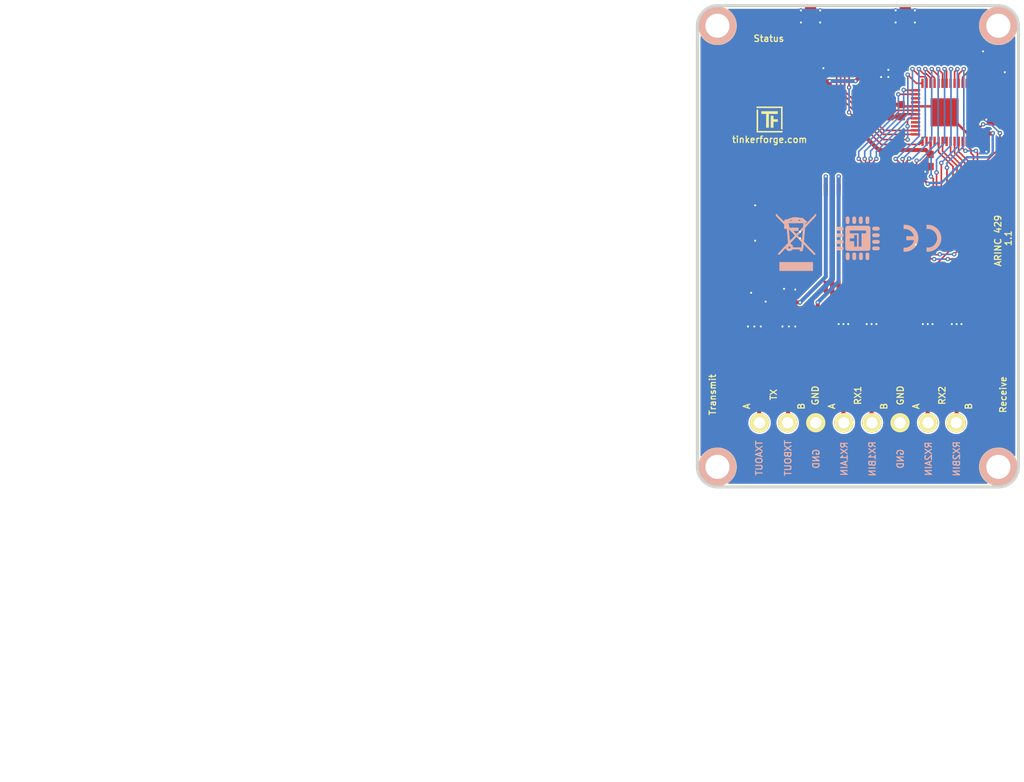
<source format=kicad_pcb>
(kicad_pcb (version 20171130) (host pcbnew "(5.1.4)-1")
  (title_block (title "Arinc293 Bricklet") (date 2020-06-26) (rev 1.0) (company "Tinkerforge GmbH") (comment 1 "Licensed under CERN OHL v.1.1") (comment 2 "Copyright (©) 2020, T.Schneidermann <tim@tinkerforge.com>"))
  (layers (0 F.Cu signal) (31 B.Cu signal) (34 B.Paste user) (35 F.Paste user) (36 B.SilkS user) (37 F.SilkS user) (38 B.Mask user) (39 F.Mask user) (44 Edge.Cuts user))
  (net 0 "")
  (net 1 GND)
  (net 2 VCC)
  (net 3 "Net-(C7-Pad1)")
  (net 4 "Net-(C8-Pad1)")
  (net 5 "Net-(C9-Pad1)")
  (net 6 "Net-(C13-Pad1)")
  (net 7 "Net-(C14-Pad1)")
  (net 8 "Net-(C14-Pad2)")
  (net 9 "Net-(C15-Pad1)")
  (net 10 "Net-(C16-Pad1)")
  (net 11 "Net-(C16-Pad2)")
  (net 12 "Net-(D1-Pad1)")
  (net 13 "Net-(D2-Pad1)")
  (net 14 "Net-(D3-Pad2)")
  (net 15 "Net-(D4-Pad1)")
  (net 16 "Net-(D5-Pad1)")
  (net 17 "Net-(D6-Pad1)")
  (net 18 "Net-(D7-Pad1)")
  (net 19 "Net-(P1-Pad1)")
  (net 20 "Net-(P1-Pad4)")
  (net 21 "Net-(P1-Pad5)")
  (net 22 "Net-(P1-Pad6)")
  (net 23 "Net-(P2-Pad2)")
  (net 24 "Net-(P3-Pad1)")
  (net 25 "Net-(P4-Pad2)")
  (net 26 "Net-(P4-Pad4)")
  (net 27 "Net-(P4-Pad1)")
  (net 28 "Net-(P4-Pad5)")
  (net 29 "Net-(P4-Pad7)")
  (net 30 "Net-(P4-Pad8)")
  (net 31 "Net-(R2-Pad1)")
  (net 32 RESET)
  (net 33 CLOCK)
  (net 34 "Net-(R3-Pad1)")
  (net 35 S-MISO)
  (net 36 S-MOSI)
  (net 37 S-CLK)
  (net 38 S-CS)
  (net 39 "Net-(RP2-Pad8)")
  (net 40 "Net-(RP2-Pad7)")
  (net 41 "Net-(RP2-Pad6)")
  (net 42 "Net-(RP2-Pad5)")
  (net 43 MB2-1)
  (net 44 MB1-3)
  (net 45 MB1-2)
  (net 46 MB1-1)
  (net 47 MB2-2)
  (net 48 MB2-3)
  (net 49 R2INT)
  (net 50 R2FLAG)
  (net 51 "Net-(RP3-Pad5)")
  (net 52 "Net-(RP3-Pad6)")
  (net 53 "Net-(RP3-Pad7)")
  (net 54 "Net-(RP3-Pad8)")
  (net 55 R1INT)
  (net 56 R1FLAG)
  (net 57 TEMPY)
  (net 58 TFULL)
  (net 59 "Net-(RP4-Pad5)")
  (net 60 "Net-(RP4-Pad6)")
  (net 61 "Net-(RP4-Pad7)")
  (net 62 "Net-(RP4-Pad8)")
  (net 63 "Net-(RP5-Pad8)")
  (net 64 "Net-(RP5-Pad7)")
  (net 65 "Net-(RP5-Pad6)")
  (net 66 "Net-(RP5-Pad5)")
  (net 67 M-MISO)
  (net 68 M-CLK)
  (net 69 M-MOSI)
  (net 70 M-CS)
  (net 71 "Net-(U1-Pad15)")
  (net 72 "Net-(U1-Pad16)")
  (net 73 "Net-(U1-Pad26)")
  (net 74 "Net-(U1-Pad28)")
  (net 75 "Net-(U1-Pad40)")
  (net 76 "Net-(U1-Pad43)")
  (net 77 "Net-(U1-Pad44)")
  (net 78 "Net-(U1-Pad45)")
  (net 79 "Net-(U1-Pad46)")
  (net 80 "Net-(U6-Pad34)")
  (net 81 "Net-(U6-Pad32)")
  (net 82 "Net-(U6-Pad30)")
  (net 83 "Net-(U6-Pad29)")
  (net 84 "Net-(U6-Pad8)")
  (net 85 "Net-(U6-Pad7)")
  (net 86 "Net-(U6-Pad4)")
  (net 87 "Net-(U6-Pad3)")
  (net 88 "Net-(U6-Pad1)")
  (net 89 "Net-(D8-Pad2)")
  (net 90 "Net-(D9-Pad2)")
  (net 91 "Net-(U1-Pad48)")
  (net 92 TX_LED)
  (net 93 RX_LED)
  (net 94 Status_LED)
  (net 95 "Net-(U1-Pad21)")
  (net 96 "Net-(U1-Pad22)")
  (net 97 "Net-(U1-Pad31)")
  (module kicad-libraries:DO-214AC (layer F.Cu) (at 132.3 143.2 90)
    (fp_text reference D7)
    (fp_text value SMAJ-6.5CA)
    (pad 2 smd rect (at 2.19964 0 90) (size 2.10058 1.80086) (layers F.Cu F.Mask) (net 1 GND))
    (pad 1 smd rect (at -2.19964 0 90) (size 2.10058 1.80086) (layers F.Cu F.Mask) (net 18 "Net-(D7-Pad1)"))
  )
  (module kicad-libraries:DO-214AC (layer F.Cu) (at 128.7 143.2 90)
    (fp_text reference D6)
    (fp_text value SMAJ-6.5CA)
    (pad 1 smd rect (at -2.19964 0 90) (size 2.10058 1.80086) (layers F.Cu F.Mask) (net 17 "Net-(D6-Pad1)"))
    (pad 2 smd rect (at 2.19964 0 90) (size 2.10058 1.80086) (layers F.Cu F.Mask) (net 1 GND))
  )
  (module kicad-libraries:DO-214AC (layer F.Cu) (at 121.7 143.2 90)
    (fp_text reference D5)
    (fp_text value SMAJ-6.5CA)
    (pad 2 smd rect (at 2.19964 0 90) (size 2.10058 1.80086) (layers F.Cu F.Mask) (net 1 GND))
    (pad 1 smd rect (at -2.19964 0 90) (size 2.10058 1.80086) (layers F.Cu F.Mask) (net 16 "Net-(D5-Pad1)"))
  )
  (module kicad-libraries:DO-214AC (layer F.Cu) (at 118.2 143.2 90)
    (fp_text reference D4)
    (fp_text value SMAJ-6.5CA)
    (pad 1 smd rect (at -2.19964 0 90) (size 2.10058 1.80086) (layers F.Cu F.Mask) (net 15 "Net-(D4-Pad1)"))
    (pad 2 smd rect (at 2.19964 0 90) (size 2.10058 1.80086) (layers F.Cu F.Mask) (net 1 GND))
  )
  (module kicad-libraries:SMB (layer F.Cu) (at 111.4 143.2 90)
    (fp_text reference D2)
    (fp_text value SMBJ-6.5CA)
    (pad 1 smd rect (at -2.11 0 90) (size 1.62 2.18) (layers F.Cu F.Mask) (net 13 "Net-(D2-Pad1)"))
    (pad 2 smd rect (at 2.11 0 90) (size 1.62 2.18) (layers F.Cu F.Mask) (net 1 GND))
  )
  (module kicad-libraries:SMB (layer F.Cu) (at 107.1 143.2 90)
    (fp_text reference D1)
    (fp_text value SMBJ-6.5CA)
    (pad 2 smd rect (at 2.11 0 90) (size 1.62 2.18) (layers F.Cu F.Mask) (net 1 GND))
    (pad 1 smd rect (at -2.11 0 90) (size 1.62 2.18) (layers F.Cu F.Mask) (net 12 "Net-(D1-Pad1)"))
  )
  (module kicad-libraries:Fiducial_Mark (layer F.Cu) (at 138 153)
    (fp_text reference Fiducial_Mark hide)
    (fp_text value VAL** hide)
    (pad 1 smd circle (at 0 0) (size 1.00076 1.00076) (layers F.Cu F.Paste F.Mask) (clearance 0.65024))
  )
  (module kicad-libraries:Fiducial_Mark (layer F.Cu) (at 102 142)
    (fp_text reference Fiducial_Mark hide)
    (fp_text value VAL** hide)
    (pad 1 smd circle (at 0 0) (size 1.00076 1.00076) (layers F.Cu F.Paste F.Mask) (clearance 0.65024))
  )
  (module kicad-libraries:Fiducial_Mark (layer F.Cu) (at 133 103)
    (fp_text reference Fiducial_Mark hide)
    (fp_text value VAL** hide)
    (pad 1 smd circle (at 0 0) (size 1.00076 1.00076) (layers F.Cu F.Paste F.Mask) (clearance 0.65024))
  )
  (module kicad-libraries:Fiducial_Mark (layer F.Cu) (at 104 109)
    (fp_text reference Fiducial_Mark hide)
    (fp_text value VAL** hide)
    (pad 1 smd circle (at 0 0) (size 1.00076 1.00076) (layers F.Cu F.Paste F.Mask) (clearance 0.65024))
  )
  (module kicad-libraries:WEEE_7mm (layer B.Cu) (at 112.3 129.5 180)
    (fp_text reference VAL hide)
    (fp_text value WEEE_7mm hide)
  )
  (module kicad-libraries:CE_5mm (layer B.Cu) (at 128 129 180)
    (fp_text reference VAL hide)
    (fp_text value CE_5mm hide)
  )
  (module kicad-libraries:Logo_CoMCU (layer B.Cu) (at 120 129 180)
    (fp_text reference G*** hide)
    (fp_text value LOGO hide)
  )
  (module kicad-libraries:Logo_31x31 (layer F.Cu) (at 109 114.2)
    (fp_text reference G*** hide)
    (fp_text value LOGO hide)
  )
  (module kicad-libraries:QFN48-EP2 (layer F.Cu) (at 130.8 113.3 180)
    (fp_text reference U1)
    (fp_text value XMC1404)
    (pad 1 smd rect (at -2.74828 3.61188) (size 0.29972 1.14808) (layers F.Cu F.Paste F.Mask) (net 23 "Net-(P2-Pad2)"))
    (pad 2 smd rect (at -2.2479 3.61188) (size 0.29972 1.14808) (layers F.Cu F.Paste F.Mask) (net 94 Status_LED))
    (pad 3 smd rect (at -1.74752 3.61188) (size 0.29972 1.14808) (layers F.Cu F.Paste F.Mask) (net 46 MB1-1))
    (pad 4 smd rect (at -1.24968 3.61188) (size 0.29972 1.14808) (layers F.Cu F.Paste F.Mask) (net 45 MB1-2))
    (pad 5 smd rect (at -0.7493 3.61188) (size 0.29972 1.14808) (layers F.Cu F.Paste F.Mask) (net 44 MB1-3))
    (pad 6 smd rect (at -0.24892 3.61188) (size 0.29972 1.14808) (layers F.Cu F.Paste F.Mask) (net 43 MB2-1))
    (pad 7 smd rect (at 0.24892 3.61188) (size 0.29972 1.14808) (layers F.Cu F.Paste F.Mask) (net 47 MB2-2))
    (pad 8 smd rect (at 0.7493 3.61188) (size 0.29972 1.14808) (layers F.Cu F.Paste F.Mask) (net 48 MB2-3))
    (pad 9 smd rect (at 1.24968 3.61188) (size 0.29972 1.14808) (layers F.Cu F.Paste F.Mask) (net 49 R2INT))
    (pad 10 smd rect (at 1.74752 3.61188) (size 0.29972 1.14808) (layers F.Cu F.Paste F.Mask) (net 50 R2FLAG))
    (pad 11 smd rect (at 2.2479 3.61188) (size 0.29972 1.14808) (layers F.Cu F.Paste F.Mask) (net 55 R1INT))
    (pad 12 smd rect (at 2.74828 3.61188) (size 0.29972 1.14808) (layers F.Cu F.Paste F.Mask) (net 56 R1FLAG))
    (pad 13 smd rect (at 3.61188 2.74828 90) (size 0.29972 1.14808) (layers F.Cu F.Paste F.Mask) (net 57 TEMPY))
    (pad 14 smd rect (at 3.61188 2.2479 90) (size 0.29972 1.14808) (layers F.Cu F.Paste F.Mask) (net 58 TFULL))
    (pad 15 smd rect (at 3.61188 1.74752 90) (size 0.29972 1.14808) (layers F.Cu F.Paste F.Mask) (net 71 "Net-(U1-Pad15)"))
    (pad 16 smd rect (at 3.61188 1.24968 90) (size 0.29972 1.14808) (layers F.Cu F.Paste F.Mask) (net 72 "Net-(U1-Pad16)"))
    (pad 17 smd rect (at 3.61188 0.7493 90) (size 0.29972 1.14808) (layers F.Cu F.Paste F.Mask) (net 1 GND))
    (pad 18 smd rect (at 3.61188 0.24892 90) (size 0.29972 1.14808) (layers F.Cu F.Paste F.Mask) (net 2 VCC))
    (pad 19 smd rect (at 3.61188 -0.24892 90) (size 0.29972 1.14808) (layers F.Cu F.Paste F.Mask) (net 2 VCC))
    (pad 20 smd rect (at 3.61188 -0.7493 90) (size 0.29972 1.14808) (layers F.Cu F.Paste F.Mask) (net 35 S-MISO))
    (pad 21 smd rect (at 3.61188 -1.24968 90) (size 0.29972 1.14808) (layers F.Cu F.Paste F.Mask) (net 95 "Net-(U1-Pad21)"))
    (pad 22 smd rect (at 3.61188 -1.74752 90) (size 0.29972 1.14808) (layers F.Cu F.Paste F.Mask) (net 96 "Net-(U1-Pad22)"))
    (pad 23 smd rect (at 3.61188 -2.2479 90) (size 0.29972 1.14808) (layers F.Cu F.Paste F.Mask) (net 37 S-CLK))
    (pad 24 smd rect (at 3.61188 -2.74828 90) (size 0.29972 1.14808) (layers F.Cu F.Paste F.Mask) (net 36 S-MOSI))
    (pad 25 smd rect (at 2.74828 -3.61188 180) (size 0.29972 1.14808) (layers F.Cu F.Paste F.Mask) (net 38 S-CS))
    (pad 26 smd rect (at 2.2479 -3.61188 180) (size 0.29972 1.14808) (layers F.Cu F.Paste F.Mask) (net 73 "Net-(U1-Pad26)"))
    (pad 27 smd rect (at 1.74752 -3.61188 180) (size 0.29972 1.14808) (layers F.Cu F.Paste F.Mask) (net 2 VCC))
    (pad 28 smd rect (at 1.24968 -3.61188 180) (size 0.29972 1.14808) (layers F.Cu F.Paste F.Mask) (net 74 "Net-(U1-Pad28)"))
    (pad 29 smd rect (at 0.7493 -3.61188 180) (size 0.29972 1.14808) (layers F.Cu F.Paste F.Mask) (net 69 M-MOSI))
    (pad 30 smd rect (at 0.24892 -3.61188 180) (size 0.29972 1.14808) (layers F.Cu F.Paste F.Mask) (net 67 M-MISO))
    (pad 31 smd rect (at -0.24892 -3.61188 180) (size 0.29972 1.14808) (layers F.Cu F.Paste F.Mask) (net 97 "Net-(U1-Pad31)"))
    (pad 32 smd rect (at -0.7493 -3.61188 180) (size 0.29972 1.14808) (layers F.Cu F.Paste F.Mask) (net 68 M-CLK))
    (pad 33 smd rect (at -1.24968 -3.61188 180) (size 0.29972 1.14808) (layers F.Cu F.Paste F.Mask) (net 70 M-CS))
    (pad 34 smd rect (at -1.74752 -3.61188 180) (size 0.29972 1.14808) (layers F.Cu F.Paste F.Mask) (net 33 CLOCK))
    (pad 35 smd rect (at -2.2479 -3.61188 180) (size 0.29972 1.14808) (layers F.Cu F.Paste F.Mask) (net 92 TX_LED))
    (pad 36 smd rect (at -2.74828 -3.61188 180) (size 0.29972 1.14808) (layers F.Cu F.Paste F.Mask) (net 32 RESET))
    (pad 37 smd rect (at -3.60934 -2.74828 270) (size 0.29972 1.15062) (layers F.Cu F.Paste F.Mask) (net 1 GND))
    (pad 38 smd rect (at -3.61188 -2.2479 270) (size 0.29972 1.14808) (layers F.Cu F.Paste F.Mask) (net 2 VCC))
    (pad 39 smd rect (at -3.61188 -1.74752 270) (size 0.29972 1.14808) (layers F.Cu F.Paste F.Mask) (net 93 RX_LED))
    (pad 40 smd rect (at -3.61188 -1.24968 270) (size 0.29972 1.14808) (layers F.Cu F.Paste F.Mask) (net 75 "Net-(U1-Pad40)"))
    (pad 41 smd rect (at -3.61188 -0.7493 270) (size 0.29972 1.14808) (layers F.Cu F.Paste F.Mask) (net 4 "Net-(C8-Pad1)"))
    (pad 42 smd rect (at -3.61188 -0.24892 270) (size 0.29972 1.14808) (layers F.Cu F.Paste F.Mask) (net 5 "Net-(C9-Pad1)"))
    (pad 43 smd rect (at -3.61188 0.24892 270) (size 0.29972 1.14808) (layers F.Cu F.Paste F.Mask) (net 76 "Net-(U1-Pad43)"))
    (pad 44 smd rect (at -3.61188 0.7493 270) (size 0.29972 1.14808) (layers F.Cu F.Paste F.Mask) (net 77 "Net-(U1-Pad44)"))
    (pad 45 smd rect (at -3.61188 1.24968 270) (size 0.29972 1.14808) (layers F.Cu F.Paste F.Mask) (net 78 "Net-(U1-Pad45)"))
    (pad 46 smd rect (at -3.61188 1.74752 270) (size 0.29972 1.14808) (layers F.Cu F.Paste F.Mask) (net 79 "Net-(U1-Pad46)"))
    (pad 47 smd rect (at -3.61188 2.2479 270) (size 0.29972 1.14808) (layers F.Cu F.Paste F.Mask) (net 24 "Net-(P3-Pad1)"))
    (pad 48 smd rect (at -3.61188 2.74828 270) (size 0.29972 1.14808) (layers F.Cu F.Paste F.Mask) (net 91 "Net-(U1-Pad48)"))
    (pad EP smd rect (at 0 0 180) (size 3.5 3.5) (layers F.Cu F.Paste F.Mask) (net 1 GND))
  )
  (module kicad-libraries:CRYSTAL_3225 (layer F.Cu) (at 137.5 111.8 270)
    (fp_text reference X1)
    (fp_text value 16MHz)
    (pad 3 smd rect (at -1.09982 -0.8001 270) (size 1.39954 1.15062) (layers F.Cu F.Paste F.Mask) (net 1 GND))
    (pad 2 smd rect (at 1.09982 -0.8001 270) (size 1.39954 1.15062) (layers F.Cu F.Paste F.Mask) (net 4 "Net-(C8-Pad1)"))
    (pad 1 smd rect (at -1.09982 0.8001 270) (size 1.39954 1.15062) (layers F.Cu F.Paste F.Mask) (net 5 "Net-(C9-Pad1)"))
    (pad 3 smd rect (at 1.09982 0.8001 270) (size 1.39954 1.15062) (layers F.Cu F.Paste F.Mask) (net 1 GND))
  )
  (module kicad-libraries:C0603F (layer F.Cu) (at 137.5 109.1)
    (fp_text reference C9)
    (fp_text value 10pF)
    (pad 1 smd rect (at -0.75 0) (size 0.9 0.9) (layers F.Cu F.Paste F.Mask) (net 5 "Net-(C9-Pad1)"))
    (pad 2 smd rect (at 0.75 0) (size 0.9 0.9) (layers F.Cu F.Paste F.Mask) (net 1 GND))
  )
  (module kicad-libraries:C0603F (layer F.Cu) (at 137.5 114.5 180)
    (fp_text reference C8)
    (fp_text value 10pF)
    (pad 1 smd rect (at -0.75 0 180) (size 0.9 0.9) (layers F.Cu F.Paste F.Mask) (net 4 "Net-(C8-Pad1)"))
    (pad 2 smd rect (at 0.75 0 180) (size 0.9 0.9) (layers F.Cu F.Paste F.Mask) (net 1 GND))
  )
  (module kicad-libraries:0603F (layer F.Cu) (at 110.5 131.3)
    (fp_text reference C16)
    (fp_text value 470nF/16V)
    (pad 1 smd rect (at -0.75 0) (size 0.9 0.9) (layers F.Cu F.Paste F.Mask) (net 10 "Net-(C16-Pad1)"))
    (pad 2 smd rect (at 0.75 0) (size 0.9 0.9) (layers F.Cu F.Paste F.Mask) (net 11 "Net-(C16-Pad2)"))
  )
  (module kicad-libraries:0805E (layer F.Cu) (at 110.3 127.2)
    (fp_text reference C14)
    (fp_text value 2,2uF/16V)
    (pad 1 smd rect (at -0.95 0) (size 1.3 1.5) (layers F.Cu F.Paste F.Mask) (net 7 "Net-(C14-Pad1)") (clearance 0.14986))
    (pad 2 smd rect (at 0.95 0) (size 1.3 1.5) (layers F.Cu F.Paste F.Mask) (net 8 "Net-(C14-Pad2)") (clearance 0.14986))
  )
  (module kicad-libraries:C0805 (layer F.Cu) (at 121.9 106.7 180)
    (fp_text reference C1)
    (fp_text value 10uF)
    (pad 1 smd rect (at -1.00076 0 180) (size 1.00076 1.24968) (layers F.Cu F.Paste F.Mask) (net 1 GND) (clearance 0.14986))
    (pad 2 smd rect (at 1.00076 0 180) (size 1.00076 1.24968) (layers F.Cu F.Paste F.Mask) (net 2 VCC) (clearance 0.14986))
  )
  (module kicad-libraries:C0603F (layer F.Cu) (at 121.9 108.2 180)
    (fp_text reference C2)
    (fp_text value 1uF)
    (pad 2 smd rect (at 0.75 0 180) (size 0.9 0.9) (layers F.Cu F.Paste F.Mask) (net 2 VCC))
    (pad 1 smd rect (at -0.75 0 180) (size 0.9 0.9) (layers F.Cu F.Paste F.Mask) (net 1 GND))
  )
  (module kicad-libraries:C0603F (layer F.Cu) (at 136 116.7 270)
    (fp_text reference C3)
    (fp_text value 100nF)
    (pad 1 smd rect (at -0.75 0 270) (size 0.9 0.9) (layers F.Cu F.Paste F.Mask) (net 2 VCC))
    (pad 2 smd rect (at 0.75 0 270) (size 0.9 0.9) (layers F.Cu F.Paste F.Mask) (net 1 GND))
  )
  (module kicad-libraries:C0603F (layer F.Cu) (at 125.4 113.1 90)
    (fp_text reference C4)
    (fp_text value 100nF)
    (pad 1 smd rect (at -0.75 0 90) (size 0.9 0.9) (layers F.Cu F.Paste F.Mask) (net 2 VCC))
    (pad 2 smd rect (at 0.75 0 90) (size 0.9 0.9) (layers F.Cu F.Paste F.Mask) (net 1 GND))
  )
  (module kicad-libraries:C0603F (layer F.Cu) (at 129 119.3 270)
    (fp_text reference C5)
    (fp_text value 100nF)
    (pad 2 smd rect (at 0.75 0 270) (size 0.9 0.9) (layers F.Cu F.Paste F.Mask) (net 1 GND))
    (pad 1 smd rect (at -0.75 0 270) (size 0.9 0.9) (layers F.Cu F.Paste F.Mask) (net 2 VCC))
  )
  (module kicad-libraries:C0603F (layer F.Cu) (at 124 113.1 90)
    (fp_text reference C6)
    (fp_text value 220nF)
    (pad 2 smd rect (at 0.75 0 90) (size 0.9 0.9) (layers F.Cu F.Paste F.Mask) (net 1 GND))
    (pad 1 smd rect (at -0.75 0 90) (size 0.9 0.9) (layers F.Cu F.Paste F.Mask) (net 2 VCC))
  )
  (module kicad-libraries:C0402F (layer F.Cu) (at 116.4 107.3 270)
    (fp_text reference C7)
    (fp_text value 220pF)
    (pad 2 smd rect (at 0.5 0 270) (size 0.6 0.7) (layers F.Cu F.Paste F.Mask) (net 1 GND))
    (pad 1 smd rect (at -0.5 0 270) (size 0.6 0.7) (layers F.Cu F.Paste F.Mask) (net 3 "Net-(C7-Pad1)"))
  )
  (module kicad-libraries:3528-21 (layer F.Cu) (at 108.5 134.4 270)
    (fp_text reference C10)
    (fp_text value 47uF)
    (pad 1 smd rect (at -1.40048 0 270) (size 1.59954 2.79908) (layers F.Cu F.Paste F.Mask) (net 2 VCC) (clearance 0.14986))
    (pad 2 smd rect (at 1.40048 0 270) (size 1.59954 2.79908) (layers F.Cu F.Paste F.Mask) (net 1 GND) (clearance 0.14986))
  )
  (module kicad-libraries:C0603F (layer F.Cu) (at 110.8 133.8 90)
    (fp_text reference C11)
    (fp_text value 10nF)
    (pad 1 smd rect (at -0.75 0 90) (size 0.9 0.9) (layers F.Cu F.Paste F.Mask) (net 1 GND))
    (pad 2 smd rect (at 0.75 0 90) (size 0.9 0.9) (layers F.Cu F.Paste F.Mask) (net 2 VCC))
  )
  (module kicad-libraries:C0603F (layer F.Cu) (at 112.2 133.8 90)
    (fp_text reference C12)
    (fp_text value 100nF)
    (pad 2 smd rect (at 0.75 0 90) (size 0.9 0.9) (layers F.Cu F.Paste F.Mask) (net 2 VCC))
    (pad 1 smd rect (at -0.75 0 90) (size 0.9 0.9) (layers F.Cu F.Paste F.Mask) (net 1 GND))
  )
  (module kicad-libraries:C1206E (layer F.Cu) (at 109.7 124.9 180)
    (fp_text reference C13)
    (fp_text value 47uF/10V)
    (pad 1 smd rect (at -1.4 0 180) (size 1.6 1.8) (layers F.Cu F.Paste F.Mask) (net 6 "Net-(C13-Pad1)"))
    (pad 2 smd rect (at 1.4 0 180) (size 1.6 1.8) (layers F.Cu F.Paste F.Mask) (net 1 GND))
  )
  (module kicad-libraries:C1206E (layer F.Cu) (at 109.7 129.3 180)
    (fp_text reference C15)
    (fp_text value 47uF/10V)
    (pad 2 smd rect (at 1.4 0 180) (size 1.6 1.8) (layers F.Cu F.Paste F.Mask) (net 1 GND))
    (pad 1 smd rect (at -1.4 0 180) (size 1.6 1.8) (layers F.Cu F.Paste F.Mask) (net 9 "Net-(C15-Pad1)"))
  )
  (module kicad-libraries:D0603E (layer F.Cu) (at 108.9 102 90)
    (fp_text reference D3)
    (fp_text value blue)
    (pad 1 smd rect (at -0.8501 0 90) (size 1.1 1) (layers F.Cu F.Paste F.Mask) (net 2 VCC))
    (pad 2 smd rect (at 0.8501 0 90) (size 1.1 1) (layers F.Cu F.Paste F.Mask) (net 14 "Net-(D3-Pad2)"))
  )
  (module kicad-libraries:CON-SENSOR2 (layer F.Cu) (at 120 100 180)
    (fp_text reference P1)
    (fp_text value CON-SENSOR2)
    (pad 1 smd rect (at -3.75 -4.6 180) (size 0.6 1.8) (layers F.Cu F.Paste F.Mask) (net 19 "Net-(P1-Pad1)"))
    (pad 2 smd rect (at -2.5 -4.6 180) (size 0.6 1.8) (layers F.Cu F.Paste F.Mask) (net 1 GND))
    (pad EP smd rect (at -5.9 -1.2 180) (size 1.4 2.4) (layers F.Cu F.Paste F.Mask) (net 1 GND))
    (pad EP smd rect (at 5.9 -1.2 180) (size 1.4 2.4) (layers F.Cu F.Paste F.Mask) (net 1 GND))
    (pad 3 smd rect (at -1.25 -4.6 180) (size 0.6 1.8) (layers F.Cu F.Paste F.Mask) (net 2 VCC))
    (pad 4 smd rect (at 0 -4.6 180) (size 0.6 1.8) (layers F.Cu F.Paste F.Mask) (net 20 "Net-(P1-Pad4)"))
    (pad 5 smd rect (at 1.25 -4.6 180) (size 0.6 1.8) (layers F.Cu F.Paste F.Mask) (net 21 "Net-(P1-Pad5)"))
    (pad 6 smd rect (at 2.5 -4.6 180) (size 0.6 1.8) (layers F.Cu F.Paste F.Mask) (net 22 "Net-(P1-Pad6)"))
    (pad 7 smd rect (at 3.75 -4.6 180) (size 0.6 1.8) (layers F.Cu F.Paste F.Mask) (net 3 "Net-(C7-Pad1)"))
  )
  (module kicad-libraries:SolderJumper (layer F.Cu) (at 135.6 106.65 270)
    (fp_text reference P2)
    (fp_text value BOOT)
    (pad 1 smd rect (at -0.225 -0.55 270) (size 0.95 0.3) (layers F.Cu F.Mask) (net 1 GND))
    (pad 1 smd rect (at -0.225 0.55 270) (size 0.95 0.3) (layers F.Cu F.Mask) (net 1 GND))
    (pad 1 smd rect (at -0.5 0 270) (size 0.4 1.4) (layers F.Cu F.Mask) (net 1 GND))
    (pad 2 smd rect (at 0.15 0 270) (size 0.6 0.5) (layers F.Cu F.Mask) (net 23 "Net-(P2-Pad2)"))
    (pad 2 smd rect (at 0.55 0 270) (size 0.3 1.4) (layers F.Cu F.Mask) (net 23 "Net-(P2-Pad2)"))
  )
  (module kicad-libraries:DEBUG_PAD (layer F.Cu) (at 138.3 106.8)
    (fp_text reference P3)
    (fp_text value DEBUG)
    (pad 1 smd circle (at 0 0) (size 0.7 0.7) (layers F.Cu F.Paste F.Mask) (net 24 "Net-(P3-Pad1)"))
  )
  (module kicad-libraries:OQ_8P (layer F.Cu) (at 120 152)
    (fp_text reference P4)
    (fp_text value "IND 8Pol")
    (pad 2 thru_hole circle (at -8.7503 0) (size 2.4003 2.4003) (drill 1.39954) (layers *.Cu *.Mask F.SilkS) (net 25 "Net-(P4-Pad2)"))
    (pad 3 thru_hole circle (at -5.25018 0) (size 2.4003 2.4003) (drill 1.39954) (layers *.Cu *.Mask F.SilkS) (net 1 GND))
    (pad 4 thru_hole circle (at -1.75006 0) (size 2.4003 2.4003) (drill 1.39954) (layers *.Cu *.Mask F.SilkS) (net 26 "Net-(P4-Pad4)"))
    (pad 1 thru_hole circle (at -12.25042 0) (size 2.4003 2.4003) (drill 1.39954) (layers *.Cu *.Mask F.SilkS) (net 27 "Net-(P4-Pad1)"))
    (pad 5 thru_hole circle (at 1.75006 0) (size 2.4003 2.4003) (drill 1.39954) (layers *.Cu *.Mask F.SilkS) (net 28 "Net-(P4-Pad5)"))
    (pad 6 thru_hole circle (at 5.25018 0) (size 2.4003 2.4003) (drill 1.39954) (layers *.Cu *.Mask F.SilkS) (net 1 GND))
    (pad 7 thru_hole circle (at 8.7503 0) (size 2.4003 2.4003) (drill 1.39954) (layers *.Cu *.Mask F.SilkS) (net 29 "Net-(P4-Pad7)"))
    (pad 8 thru_hole circle (at 12.25042 0) (size 2.4003 2.4003) (drill 1.39954) (layers *.Cu *.Mask F.SilkS) (net 30 "Net-(P4-Pad8)"))
  )
  (module kicad-libraries:R0603F (layer F.Cu) (at 126.3 136.9)
    (fp_text reference R2)
    (fp_text value 100)
    (pad 1 smd rect (at -0.75 0) (size 0.9 0.9) (layers F.Cu F.Paste F.Mask) (net 31 "Net-(R2-Pad1)"))
    (pad 2 smd rect (at 0.75 0) (size 0.9 0.9) (layers F.Cu F.Paste F.Mask) (net 32 RESET))
  )
  (module kicad-libraries:R0603F (layer F.Cu) (at 126.3 135.6)
    (fp_text reference R3)
    (fp_text value 100)
    (pad 2 smd rect (at 0.75 0) (size 0.9 0.9) (layers F.Cu F.Paste F.Mask) (net 33 CLOCK))
    (pad 1 smd rect (at -0.75 0) (size 0.9 0.9) (layers F.Cu F.Paste F.Mask) (net 34 "Net-(R3-Pad1)"))
  )
  (module kicad-libraries:4X0402 (layer F.Cu) (at 118.1 107.3 180)
    (fp_text reference RP1)
    (fp_text value 82)
    (pad 1 smd rect (at -0.7493 0.575) (size 0.29972 0.65) (layers F.Cu F.Paste F.Mask) (net 20 "Net-(P1-Pad4)"))
    (pad 2 smd rect (at -0.24892 0.575) (size 0.29972 0.65) (layers F.Cu F.Paste F.Mask) (net 21 "Net-(P1-Pad5)"))
    (pad 3 smd rect (at 0.24892 0.575) (size 0.29972 0.65) (layers F.Cu F.Paste F.Mask) (net 22 "Net-(P1-Pad6)"))
    (pad 4 smd rect (at 0.7493 0.575) (size 0.29972 0.65) (layers F.Cu F.Paste F.Mask) (net 3 "Net-(C7-Pad1)"))
    (pad 5 smd rect (at 0.7493 -0.575 180) (size 0.29972 0.65) (layers F.Cu F.Paste F.Mask) (net 35 S-MISO))
    (pad 6 smd rect (at 0.24892 -0.575 180) (size 0.29972 0.65) (layers F.Cu F.Paste F.Mask) (net 36 S-MOSI))
    (pad 7 smd rect (at -0.24892 -0.575 180) (size 0.29972 0.65) (layers F.Cu F.Paste F.Mask) (net 37 S-CLK))
    (pad 8 smd rect (at -0.7493 -0.575 180) (size 0.29972 0.65) (layers F.Cu F.Paste F.Mask) (net 38 S-CS))
  )
  (module kicad-libraries:4X0402 (layer F.Cu) (at 128.2 127.8 90)
    (fp_text reference RP2)
    (fp_text value 100)
    (pad 8 smd rect (at -0.7493 -0.575 90) (size 0.29972 0.65) (layers F.Cu F.Paste F.Mask) (net 39 "Net-(RP2-Pad8)"))
    (pad 7 smd rect (at -0.24892 -0.575 90) (size 0.29972 0.65) (layers F.Cu F.Paste F.Mask) (net 40 "Net-(RP2-Pad7)"))
    (pad 6 smd rect (at 0.24892 -0.575 90) (size 0.29972 0.65) (layers F.Cu F.Paste F.Mask) (net 41 "Net-(RP2-Pad6)"))
    (pad 5 smd rect (at 0.7493 -0.575 90) (size 0.29972 0.65) (layers F.Cu F.Paste F.Mask) (net 42 "Net-(RP2-Pad5)"))
    (pad 4 smd rect (at 0.7493 0.575 270) (size 0.29972 0.65) (layers F.Cu F.Paste F.Mask) (net 43 MB2-1))
    (pad 3 smd rect (at 0.24892 0.575 270) (size 0.29972 0.65) (layers F.Cu F.Paste F.Mask) (net 44 MB1-3))
    (pad 2 smd rect (at -0.24892 0.575 270) (size 0.29972 0.65) (layers F.Cu F.Paste F.Mask) (net 45 MB1-2))
    (pad 1 smd rect (at -0.7493 0.575 270) (size 0.29972 0.65) (layers F.Cu F.Paste F.Mask) (net 46 MB1-1))
  )
  (module kicad-libraries:4X0402 (layer F.Cu) (at 125.9 120.6 180)
    (fp_text reference RP3)
    (fp_text value 100)
    (pad 1 smd rect (at -0.7493 0.575) (size 0.29972 0.65) (layers F.Cu F.Paste F.Mask) (net 47 MB2-2))
    (pad 2 smd rect (at -0.24892 0.575) (size 0.29972 0.65) (layers F.Cu F.Paste F.Mask) (net 48 MB2-3))
    (pad 3 smd rect (at 0.24892 0.575) (size 0.29972 0.65) (layers F.Cu F.Paste F.Mask) (net 49 R2INT))
    (pad 4 smd rect (at 0.7493 0.575) (size 0.29972 0.65) (layers F.Cu F.Paste F.Mask) (net 50 R2FLAG))
    (pad 5 smd rect (at 0.7493 -0.575 180) (size 0.29972 0.65) (layers F.Cu F.Paste F.Mask) (net 51 "Net-(RP3-Pad5)"))
    (pad 6 smd rect (at 0.24892 -0.575 180) (size 0.29972 0.65) (layers F.Cu F.Paste F.Mask) (net 52 "Net-(RP3-Pad6)"))
    (pad 7 smd rect (at -0.24892 -0.575 180) (size 0.29972 0.65) (layers F.Cu F.Paste F.Mask) (net 53 "Net-(RP3-Pad7)"))
    (pad 8 smd rect (at -0.7493 -0.575 180) (size 0.29972 0.65) (layers F.Cu F.Paste F.Mask) (net 54 "Net-(RP3-Pad8)"))
  )
  (module kicad-libraries:4X0402 (layer F.Cu) (at 121.2 120.6 180)
    (fp_text reference RP4)
    (fp_text value 100)
    (pad 1 smd rect (at -0.7493 0.575) (size 0.29972 0.65) (layers F.Cu F.Paste F.Mask) (net 55 R1INT))
    (pad 2 smd rect (at -0.24892 0.575) (size 0.29972 0.65) (layers F.Cu F.Paste F.Mask) (net 56 R1FLAG))
    (pad 3 smd rect (at 0.24892 0.575) (size 0.29972 0.65) (layers F.Cu F.Paste F.Mask) (net 57 TEMPY))
    (pad 4 smd rect (at 0.7493 0.575) (size 0.29972 0.65) (layers F.Cu F.Paste F.Mask) (net 58 TFULL))
    (pad 5 smd rect (at 0.7493 -0.575 180) (size 0.29972 0.65) (layers F.Cu F.Paste F.Mask) (net 59 "Net-(RP4-Pad5)"))
    (pad 6 smd rect (at 0.24892 -0.575 180) (size 0.29972 0.65) (layers F.Cu F.Paste F.Mask) (net 60 "Net-(RP4-Pad6)"))
    (pad 7 smd rect (at -0.24892 -0.575 180) (size 0.29972 0.65) (layers F.Cu F.Paste F.Mask) (net 61 "Net-(RP4-Pad7)"))
    (pad 8 smd rect (at -0.7493 -0.575 180) (size 0.29972 0.65) (layers F.Cu F.Paste F.Mask) (net 62 "Net-(RP4-Pad8)"))
  )
  (module kicad-libraries:4X0402 (layer F.Cu) (at 128.2 131.8 90)
    (fp_text reference RP5)
    (fp_text value 100)
    (pad 8 smd rect (at -0.7493 -0.575 90) (size 0.29972 0.65) (layers F.Cu F.Paste F.Mask) (net 63 "Net-(RP5-Pad8)"))
    (pad 7 smd rect (at -0.24892 -0.575 90) (size 0.29972 0.65) (layers F.Cu F.Paste F.Mask) (net 64 "Net-(RP5-Pad7)"))
    (pad 6 smd rect (at 0.24892 -0.575 90) (size 0.29972 0.65) (layers F.Cu F.Paste F.Mask) (net 65 "Net-(RP5-Pad6)"))
    (pad 5 smd rect (at 0.7493 -0.575 90) (size 0.29972 0.65) (layers F.Cu F.Paste F.Mask) (net 66 "Net-(RP5-Pad5)"))
    (pad 4 smd rect (at 0.7493 0.575 270) (size 0.29972 0.65) (layers F.Cu F.Paste F.Mask) (net 67 M-MISO))
    (pad 3 smd rect (at 0.24892 0.575 270) (size 0.29972 0.65) (layers F.Cu F.Paste F.Mask) (net 68 M-CLK))
    (pad 2 smd rect (at -0.24892 0.575 270) (size 0.29972 0.65) (layers F.Cu F.Paste F.Mask) (net 69 M-MOSI))
    (pad 1 smd rect (at -0.7493 0.575 270) (size 0.29972 0.65) (layers F.Cu F.Paste F.Mask) (net 70 M-CS))
  )
  (module kicad-libraries:DRILL_NP (layer F.Cu) (at 137.5 102.5)
    (fp_text reference U2 hide)
    (fp_text value DRILL hide)
    (pad "" np_thru_hole circle (at 0 0) (size 2.99974 2.99974) (drill 2.99974) (layers *.Cu *.Mask F.SilkS) (clearance 0.89916))
  )
  (module kicad-libraries:DRILL_NP (layer F.Cu) (at 102.5 102.5)
    (fp_text reference U3 hide)
    (fp_text value DRILL hide)
    (pad "" np_thru_hole circle (at 0 0) (size 2.99974 2.99974) (drill 2.99974) (layers *.Cu *.Mask F.SilkS) (clearance 0.89916))
  )
  (module kicad-libraries:DRILL_NP (layer F.Cu) (at 137.5 157.5)
    (fp_text reference U4 hide)
    (fp_text value DRILL hide)
    (pad "" np_thru_hole circle (at 0 0) (size 2.99974 2.99974) (drill 2.99974) (layers *.Cu *.Mask F.SilkS) (clearance 0.89916))
  )
  (module kicad-libraries:DRILL_NP (layer F.Cu) (at 102.5 157.5)
    (fp_text reference U5 hide)
    (fp_text value DRILL hide)
    (pad "" np_thru_hole circle (at 0 0) (size 2.99974 2.99974) (drill 2.99974) (layers *.Cu *.Mask F.SilkS) (clearance 0.89916))
  )
  (module kicad-libraries:PQFP-44_10x10mm (layer F.Cu) (at 120 129 90)
    (fp_text reference U6)
    (fp_text value HI-3593PQIF)
    (pad 44 smd rect (at -4 -6.05 90) (size 0.52 1.5) (layers F.Cu F.Paste F.Mask) (net 2 VCC))
    (pad 43 smd rect (at -3.2 -6.05 90) (size 0.52 1.5) (layers F.Cu F.Paste F.Mask) (net 2 VCC))
    (pad 42 smd rect (at -2.4 -6.05 90) (size 0.52 1.5) (layers F.Cu F.Paste F.Mask) (net 11 "Net-(C16-Pad2)"))
    (pad 41 smd rect (at -1.6 -6.05 90) (size 0.52 1.5) (layers F.Cu F.Paste F.Mask) (net 10 "Net-(C16-Pad1)"))
    (pad 40 smd rect (at -0.8 -6.05 90) (size 0.52 1.5) (layers F.Cu F.Paste F.Mask) (net 9 "Net-(C15-Pad1)"))
    (pad 39 smd rect (at 0 -6.05 90) (size 0.52 1.5) (layers F.Cu F.Paste F.Mask) (net 1 GND))
    (pad 38 smd rect (at 0.8 -6.05 90) (size 0.52 1.5) (layers F.Cu F.Paste F.Mask) (net 1 GND))
    (pad 37 smd rect (at 1.6 -6.05 90) (size 0.52 1.5) (layers F.Cu F.Paste F.Mask) (net 8 "Net-(C14-Pad2)"))
    (pad 36 smd rect (at 2.4 -6.05 90) (size 0.52 1.5) (layers F.Cu F.Paste F.Mask) (net 7 "Net-(C14-Pad1)"))
    (pad 35 smd rect (at 3.2 -6.05 90) (size 0.52 1.5) (layers F.Cu F.Paste F.Mask) (net 6 "Net-(C13-Pad1)"))
    (pad 34 smd rect (at 4 -6.05 90) (size 0.52 1.5) (layers F.Cu F.Paste F.Mask) (net 80 "Net-(U6-Pad34)"))
    (pad 33 smd rect (at 6.05 -4 90) (size 1.5 0.52) (layers F.Cu F.Paste F.Mask) (net 12 "Net-(D1-Pad1)"))
    (pad 32 smd rect (at 6.05 -3.2 90) (size 1.5 0.52) (layers F.Cu F.Paste F.Mask) (net 81 "Net-(U6-Pad32)"))
    (pad 31 smd rect (at 6.05 -2.4 90) (size 1.5 0.52) (layers F.Cu F.Paste F.Mask) (net 13 "Net-(D2-Pad1)"))
    (pad 30 smd rect (at 6.05 -1.6 90) (size 1.5 0.52) (layers F.Cu F.Paste F.Mask) (net 82 "Net-(U6-Pad30)"))
    (pad 29 smd rect (at 6.05 -0.8 90) (size 1.5 0.52) (layers F.Cu F.Paste F.Mask) (net 83 "Net-(U6-Pad29)"))
    (pad 28 smd rect (at 6.05 0 90) (size 1.5 0.52) (layers F.Cu F.Paste F.Mask) (net 59 "Net-(RP4-Pad5)"))
    (pad 27 smd rect (at 6.05 0.8 90) (size 1.5 0.52) (layers F.Cu F.Paste F.Mask) (net 60 "Net-(RP4-Pad6)"))
    (pad 26 smd rect (at 6.05 1.6 90) (size 1.5 0.52) (layers F.Cu F.Paste F.Mask) (net 61 "Net-(RP4-Pad7)"))
    (pad 25 smd rect (at 6.05 2.4 90) (size 1.5 0.52) (layers F.Cu F.Paste F.Mask) (net 62 "Net-(RP4-Pad8)"))
    (pad 24 smd rect (at 6.05 3.2 90) (size 1.5 0.52) (layers F.Cu F.Paste F.Mask) (net 51 "Net-(RP3-Pad5)"))
    (pad 23 smd rect (at 6.05 4 90) (size 1.5 0.52) (layers F.Cu F.Paste F.Mask) (net 52 "Net-(RP3-Pad6)"))
    (pad 22 smd rect (at 4 6.05 90) (size 0.52 1.5) (layers F.Cu F.Paste F.Mask) (net 53 "Net-(RP3-Pad7)"))
    (pad 21 smd rect (at 3.2 6.05 90) (size 0.52 1.5) (layers F.Cu F.Paste F.Mask) (net 54 "Net-(RP3-Pad8)"))
    (pad 20 smd rect (at 2.4 6.05 90) (size 0.52 1.5) (layers F.Cu F.Paste F.Mask) (net 42 "Net-(RP2-Pad5)"))
    (pad 19 smd rect (at 1.6 6.05 90) (size 0.52 1.5) (layers F.Cu F.Paste F.Mask) (net 41 "Net-(RP2-Pad6)"))
    (pad 18 smd rect (at 0.8 6.05 90) (size 0.52 1.5) (layers F.Cu F.Paste F.Mask) (net 40 "Net-(RP2-Pad7)"))
    (pad 17 smd rect (at 0 6.05 90) (size 0.52 1.5) (layers F.Cu F.Paste F.Mask) (net 39 "Net-(RP2-Pad8)"))
    (pad 16 smd rect (at -0.8 6.05 90) (size 0.52 1.5) (layers F.Cu F.Paste F.Mask) (net 1 GND))
    (pad 15 smd rect (at -1.6 6.05 90) (size 0.52 1.5) (layers F.Cu F.Paste F.Mask) (net 66 "Net-(RP5-Pad5)"))
    (pad 14 smd rect (at -2.4 6.05 90) (size 0.52 1.5) (layers F.Cu F.Paste F.Mask) (net 65 "Net-(RP5-Pad6)"))
    (pad 13 smd rect (at -3.2 6.05 90) (size 0.52 1.5) (layers F.Cu F.Paste F.Mask) (net 64 "Net-(RP5-Pad7)"))
    (pad 12 smd rect (at -4 6.05 90) (size 0.52 1.5) (layers F.Cu F.Paste F.Mask) (net 63 "Net-(RP5-Pad8)"))
    (pad 11 smd rect (at -6.05 4 90) (size 1.5 0.52) (layers F.Cu F.Paste F.Mask) (net 34 "Net-(R3-Pad1)"))
    (pad 10 smd rect (at -6.05 3.2 90) (size 1.5 0.52) (layers F.Cu F.Paste F.Mask) (net 31 "Net-(R2-Pad1)"))
    (pad 9 smd rect (at -6.05 2.4 90) (size 1.5 0.52) (layers F.Cu F.Paste F.Mask) (net 18 "Net-(D7-Pad1)"))
    (pad 8 smd rect (at -6.05 1.6 90) (size 1.5 0.52) (layers F.Cu F.Paste F.Mask) (net 84 "Net-(U6-Pad8)"))
    (pad 7 smd rect (at -6.05 0.8 90) (size 1.5 0.52) (layers F.Cu F.Paste F.Mask) (net 85 "Net-(U6-Pad7)"))
    (pad 6 smd rect (at -6.05 0 90) (size 1.5 0.52) (layers F.Cu F.Paste F.Mask) (net 17 "Net-(D6-Pad1)"))
    (pad 5 smd rect (at -6.05 -0.8 90) (size 1.5 0.52) (layers F.Cu F.Paste F.Mask) (net 16 "Net-(D5-Pad1)"))
    (pad 4 smd rect (at -6.05 -1.6 90) (size 1.5 0.52) (layers F.Cu F.Paste F.Mask) (net 86 "Net-(U6-Pad4)"))
    (pad 3 smd rect (at -6.05 -2.4 90) (size 1.5 0.52) (layers F.Cu F.Paste F.Mask) (net 87 "Net-(U6-Pad3)"))
    (pad 2 smd rect (at -6.05 -3.2 90) (size 1.5 0.52) (layers F.Cu F.Paste F.Mask) (net 15 "Net-(D4-Pad1)"))
    (pad 1 smd rect (at -6.05 -4 90) (size 1.5 0.52) (layers F.Cu F.Paste F.Mask) (net 88 "Net-(U6-Pad1)"))
  )
  (module kicad-libraries:R0805E (layer F.Cu) (at 132.3 148.6 90)
    (fp_text reference R4)
    (fp_text value 40,2k)
    (pad 2 smd rect (at 0.95 0 90) (size 1.3 1.5) (layers F.Cu F.Paste F.Mask) (net 18 "Net-(D7-Pad1)") (clearance 0.14986))
    (pad 1 smd rect (at -0.95 0 90) (size 1.3 1.5) (layers F.Cu F.Paste F.Mask) (net 30 "Net-(P4-Pad8)") (clearance 0.14986))
  )
  (module kicad-libraries:R0805E (layer F.Cu) (at 128.7 148.6 90)
    (fp_text reference R5)
    (fp_text value 40,2k)
    (pad 1 smd rect (at -0.95 0 90) (size 1.3 1.5) (layers F.Cu F.Paste F.Mask) (net 29 "Net-(P4-Pad7)") (clearance 0.14986))
    (pad 2 smd rect (at 0.95 0 90) (size 1.3 1.5) (layers F.Cu F.Paste F.Mask) (net 17 "Net-(D6-Pad1)") (clearance 0.14986))
  )
  (module kicad-libraries:R0805E (layer F.Cu) (at 121.7 148.6 90)
    (fp_text reference R6)
    (fp_text value 40,2k)
    (pad 2 smd rect (at 0.95 0 90) (size 1.3 1.5) (layers F.Cu F.Paste F.Mask) (net 16 "Net-(D5-Pad1)") (clearance 0.14986))
    (pad 1 smd rect (at -0.95 0 90) (size 1.3 1.5) (layers F.Cu F.Paste F.Mask) (net 28 "Net-(P4-Pad5)") (clearance 0.14986))
  )
  (module kicad-libraries:R0805E (layer F.Cu) (at 118.2 148.6 90)
    (fp_text reference R7)
    (fp_text value 40,2k)
    (pad 1 smd rect (at -0.95 0 90) (size 1.3 1.5) (layers F.Cu F.Paste F.Mask) (net 26 "Net-(P4-Pad4)") (clearance 0.14986))
    (pad 2 smd rect (at 0.95 0 90) (size 1.3 1.5) (layers F.Cu F.Paste F.Mask) (net 15 "Net-(D4-Pad1)") (clearance 0.14986))
  )
  (module kicad-libraries:R0805E (layer F.Cu) (at 111.3 148.5 90)
    (fp_text reference R8)
    (fp_text value 31,6)
    (pad 2 smd rect (at 0.95 0 90) (size 1.3 1.5) (layers F.Cu F.Paste F.Mask) (net 13 "Net-(D2-Pad1)") (clearance 0.14986))
    (pad 1 smd rect (at -0.95 0 90) (size 1.3 1.5) (layers F.Cu F.Paste F.Mask) (net 25 "Net-(P4-Pad2)") (clearance 0.14986))
  )
  (module kicad-libraries:R0805E (layer F.Cu) (at 107.7 148.5 90)
    (fp_text reference R9)
    (fp_text value 31,6)
    (pad 1 smd rect (at -0.95 0 90) (size 1.3 1.5) (layers F.Cu F.Paste F.Mask) (net 27 "Net-(P4-Pad1)") (clearance 0.14986))
    (pad 2 smd rect (at 0.95 0 90) (size 1.3 1.5) (layers F.Cu F.Paste F.Mask) (net 12 "Net-(D1-Pad1)") (clearance 0.14986))
  )
  (module kicad-libraries:D0603E (layer F.Cu) (at 136.7 148.5 90)
    (fp_text reference D8)
    (fp_text value blue)
    (pad 2 smd rect (at 0.8501 0 90) (size 1.1 1) (layers F.Cu F.Paste F.Mask) (net 89 "Net-(D8-Pad2)"))
    (pad 1 smd rect (at -0.8501 0 90) (size 1.1 1) (layers F.Cu F.Paste F.Mask) (net 2 VCC))
  )
  (module kicad-libraries:D0603E (layer F.Cu) (at 103.4 148.5 90)
    (fp_text reference D9)
    (fp_text value blue)
    (pad 1 smd rect (at -0.8501 0 90) (size 1.1 1) (layers F.Cu F.Paste F.Mask) (net 2 VCC))
    (pad 2 smd rect (at 0.8501 0 90) (size 1.1 1) (layers F.Cu F.Paste F.Mask) (net 90 "Net-(D9-Pad2)"))
  )
  (module kicad-libraries:R0603F (layer F.Cu) (at 136.7 145.4 270)
    (fp_text reference R1)
    (fp_text value 1k)
    (pad 2 smd rect (at 0.75 0 270) (size 0.9 0.9) (layers F.Cu F.Paste F.Mask) (net 89 "Net-(D8-Pad2)"))
    (pad 1 smd rect (at -0.75 0 270) (size 0.9 0.9) (layers F.Cu F.Paste F.Mask) (net 92 TX_LED))
  )
  (module kicad-libraries:R0603F (layer F.Cu) (at 103.4 145.4 270)
    (fp_text reference R10)
    (fp_text value 1k)
    (pad 1 smd rect (at -0.75 0 270) (size 0.9 0.9) (layers F.Cu F.Paste F.Mask) (net 93 RX_LED))
    (pad 2 smd rect (at 0.75 0 270) (size 0.9 0.9) (layers F.Cu F.Paste F.Mask) (net 90 "Net-(D9-Pad2)"))
  )
  (module kicad-libraries:R0603F (layer F.Cu) (at 110.3 102 90)
    (fp_text reference R11)
    (fp_text value 1k)
    (pad 1 smd rect (at -0.75 0 90) (size 0.9 0.9) (layers F.Cu F.Paste F.Mask) (net 94 Status_LED))
    (pad 2 smd rect (at 0.75 0 90) (size 0.9 0.9) (layers F.Cu F.Paste F.Mask) (net 14 "Net-(D3-Pad2)"))
  )
  (gr_text B (at 133.8 149.95 90) (layer F.SilkS) (effects (font (size 0.8 0.8))))
  (gr_text A (at 127.25 149.95 90) (layer F.SilkS) (effects (font (size 0.8 0.8))))
  (gr_text B (at 123.25 149.95 90) (layer F.SilkS) (effects (font (size 0.8 0.8))))
  (gr_text A (at 116.75 149.95 90) (layer F.SilkS) (effects (font (size 0.8 0.8))))
  (gr_text A (at 106.15 149.95 90) (layer F.SilkS) (effects (font (size 0.8 0.8))))
  (gr_text B (at 112.95 149.95 90) (layer F.SilkS) (effects (font (size 0.8 0.8))))
  (gr_text GND (at 125.3 148.6 90) (layer F.SilkS) (effects (font (size 0.8 0.8))))
  (gr_text GND (at 114.7 148.6 90) (layer F.SilkS) (effects (font (size 0.8 0.8))))
  (gr_text RX2 (at 130.5 148.6 90) (layer F.SilkS) (effects (font (size 0.8 0.8))))
  (gr_text RX1 (at 120 148.6 90) (layer F.SilkS) (effects (font (size 0.8 0.8))))
  (gr_text TX (at 109.5 148.5 90) (layer F.SilkS) (effects (font (size 0.8 0.8))))
  (gr_text RX2BIN (at 132.3 156.5 90) (layer B.SilkS) (effects (font (size 0.8 0.8)) (justify mirror)))
  (gr_text RX2AIN (at 128.8 156.5 90) (layer B.SilkS) (effects (font (size 0.8 0.8)) (justify mirror)))
  (gr_text RX1BIN (at 121.8 156.5 90) (layer B.SilkS) (effects (font (size 0.8 0.8)) (justify mirror)))
  (gr_text GND (at 125.3 156.5 90) (layer B.SilkS) (effects (font (size 0.8 0.8)) (justify mirror)))
  (gr_text GND (at 114.8 156.5 90) (layer B.SilkS) (effects (font (size 0.8 0.8)) (justify mirror)))
  (gr_text RX1AIN (at 118.3 156.5 90) (layer B.SilkS) (effects (font (size 0.8 0.8)) (justify mirror)))
  (gr_text TXBOUT (at 111.3 156.4 90) (layer B.SilkS) (effects (font (size 0.8 0.8)) (justify mirror)))
  (gr_text "TXAOUT\n" (at 107.7 156.4 90) (layer B.SilkS) (effects (font (size 0.8 0.8)) (justify mirror)))
  (gr_text tinkerforge.com (at 109 116.7) (layer F.SilkS) (effects (font (size 0.8 0.8))))
  (gr_text Status (at 108.9 104.1) (layer F.SilkS) (effects (font (size 0.8 0.8))))
  (gr_text "ARINC 429 \n1.1" (at 138.1 129 90) (layer F.SilkS) (effects (font (size 0.8 0.8))))
  (gr_text Receive (at 138.1 148.5 90) (layer F.SilkS) (effects (font (size 0.8 0.8))))
  (gr_text Transmit (at 101.9 148.5 90) (layer F.SilkS) (effects (font (size 0.8 0.8))))
  (gr_arc (start 137.5 102.5) (end 140 102.5) (angle -90) (layer Edge.Cuts) (width 0.381))
  (gr_arc (start 137.5 157.5) (end 137.5 160) (angle -90) (layer Edge.Cuts) (width 0.381))
  (gr_arc (start 102.5 157.5) (end 100 157.5) (angle -90) (layer Edge.Cuts) (width 0.381))
  (gr_arc (start 102.5 102.5) (end 102.5 100) (angle -90) (layer Edge.Cuts) (width 0.381))
  (gr_line (start 137.5 100) (end 102.5 100) (layer Edge.Cuts) (width 0.381))
  (gr_line (start 140 157.5) (end 140 102.5) (layer Edge.Cuts) (width 0.381))
  (gr_line (start 102.5 160) (end 137.5 160) (layer Edge.Cuts) (width 0.381))
  (gr_line (start 100 102.5) (end 100 157.5) (layer Edge.Cuts) (width 0.381))
  (via (at 124.7 102.1) (size 0.55) (drill 0.25) (layers F.Cu B.Cu) (net 1))
  (via (at 127.1 100.6) (size 0.55) (drill 0.25) (layers F.Cu B.Cu) (net 1))
  (via (at 124.7 100.6) (size 0.55) (drill 0.25) (layers F.Cu B.Cu) (net 1))
  (via (at 127.1 102.1) (size 0.55) (drill 0.25) (layers F.Cu B.Cu) (net 1))
  (segment (start 132.3 140.3) (end 132.9 139.7) (width 0.5) (layer F.Cu) (net 1))
  (segment (start 132.3 141.00036) (end 132.3 140.3) (width 0.5) (layer F.Cu) (net 1))
  (segment (start 131.7 139.7) (end 132.3 139.7) (width 0.5) (layer F.Cu) (net 1))
  (segment (start 132.9 140.40036) (end 132.3 141.00036) (width 0.5) (layer F.Cu) (net 1))
  (segment (start 131.7 139.7) (end 131.7 140.40036) (width 0.5) (layer F.Cu) (net 1))
  (via (at 132.9 139.7) (size 0.55) (drill 0.25) (layers F.Cu B.Cu) (net 1))
  (segment (start 132.3 140.3) (end 131.7 139.7) (width 0.5) (layer F.Cu) (net 1))
  (segment (start 131.7 140.40036) (end 132.3 141.00036) (width 0.5) (layer F.Cu) (net 1))
  (via (at 131.7 139.7) (size 0.55) (drill 0.25) (layers F.Cu B.Cu) (net 1))
  (segment (start 132.9 139.7) (end 132.9 140.40036) (width 0.5) (layer F.Cu) (net 1))
  (segment (start 128.7 140.3) (end 129.3 139.7) (width 0.5) (layer F.Cu) (net 1))
  (segment (start 128.7 141.00036) (end 128.7 140.3) (width 0.5) (layer F.Cu) (net 1))
  (segment (start 128.1 139.7) (end 128.7 139.7) (width 0.5) (layer F.Cu) (net 1))
  (segment (start 129.3 140.40036) (end 128.7 141.00036) (width 0.5) (layer F.Cu) (net 1))
  (segment (start 128.1 139.7) (end 128.1 140.40036) (width 0.5) (layer F.Cu) (net 1))
  (via (at 129.3 139.7) (size 0.55) (drill 0.25) (layers F.Cu B.Cu) (net 1))
  (segment (start 128.7 140.3) (end 128.1 139.7) (width 0.5) (layer F.Cu) (net 1))
  (segment (start 128.1 140.40036) (end 128.7 141.00036) (width 0.5) (layer F.Cu) (net 1))
  (via (at 128.1 139.7) (size 0.55) (drill 0.25) (layers F.Cu B.Cu) (net 1))
  (segment (start 129.3 139.7) (end 129.3 140.40036) (width 0.5) (layer F.Cu) (net 1))
  (segment (start 121.7 140.3) (end 122.3 139.7) (width 0.5) (layer F.Cu) (net 1))
  (segment (start 121.7 141.00036) (end 121.7 140.3) (width 0.5) (layer F.Cu) (net 1))
  (segment (start 121.1 139.7) (end 121.7 139.7) (width 0.5) (layer F.Cu) (net 1))
  (segment (start 122.3 140.40036) (end 121.7 141.00036) (width 0.5) (layer F.Cu) (net 1))
  (segment (start 121.1 139.7) (end 121.1 140.40036) (width 0.5) (layer F.Cu) (net 1))
  (via (at 122.3 139.7) (size 0.55) (drill 0.25) (layers F.Cu B.Cu) (net 1))
  (segment (start 121.7 140.3) (end 121.1 139.7) (width 0.5) (layer F.Cu) (net 1))
  (segment (start 121.1 140.40036) (end 121.7 141.00036) (width 0.5) (layer F.Cu) (net 1))
  (via (at 121.1 139.7) (size 0.55) (drill 0.25) (layers F.Cu B.Cu) (net 1))
  (segment (start 122.3 139.7) (end 122.3 140.40036) (width 0.5) (layer F.Cu) (net 1))
  (segment (start 112.2 140.29) (end 111.4 141.09) (width 0.5) (layer F.Cu) (net 1))
  (via (at 112.2 140) (size 0.55) (drill 0.25) (layers F.Cu B.Cu) (net 1))
  (segment (start 111.4 140.8) (end 110.6 140) (width 0.5) (layer F.Cu) (net 1))
  (via (at 110.6 140) (size 0.55) (drill 0.25) (layers F.Cu B.Cu) (net 1))
  (segment (start 110.6 140.29) (end 111.4 141.09) (width 0.5) (layer F.Cu) (net 1))
  (segment (start 111.6 140) (end 111.3 140.3) (width 0.5) (layer F.Cu) (net 1))
  (via (at 111.4 140) (size 0.55) (drill 0.25) (layers F.Cu B.Cu) (net 1))
  (segment (start 111.4 141.09) (end 111.4 140.8) (width 0.5) (layer F.Cu) (net 1))
  (segment (start 112.2 140) (end 111.4 140) (width 0.5) (layer F.Cu) (net 1))
  (segment (start 111.4 140) (end 110.6 140) (width 0.5) (layer F.Cu) (net 1))
  (segment (start 112.2 140) (end 112.2 140.29) (width 0.5) (layer F.Cu) (net 1))
  (segment (start 111.4 140.8) (end 112.2 140) (width 0.5) (layer F.Cu) (net 1))
  (segment (start 112.2 140) (end 111.6 140) (width 0.5) (layer F.Cu) (net 1))
  (segment (start 110.6 140) (end 110.6 140.29) (width 0.5) (layer F.Cu) (net 1))
  (segment (start 124 112.35) (end 125.4 112.35) (width 0.5) (layer F.Cu) (net 1))
  (segment (start 125.6007 112.5507) (end 127.18812 112.5507) (width 0.3) (layer F.Cu) (net 1))
  (segment (start 125.4 112.35) (end 125.6007 112.5507) (width 0.2) (layer F.Cu) (net 1))
  (segment (start 122.5 106.29924) (end 122.90076 106.7) (width 0.5) (layer F.Cu) (net 1))
  (segment (start 122.5 104.6) (end 122.5 106.29924) (width 0.5) (layer F.Cu) (net 1))
  (segment (start 122.90076 107.94924) (end 122.65 108.2) (width 0.5) (layer F.Cu) (net 1))
  (segment (start 122.90076 106.7) (end 122.90076 107.94924) (width 0.5) (layer F.Cu) (net 1))
  (segment (start 123.15 112.35) (end 124 112.35) (width 0.5) (layer F.Cu) (net 1))
  (segment (start 122.65 111.85) (end 123.15 112.35) (width 0.5) (layer F.Cu) (net 1))
  (segment (start 122.65 108.2) (end 122.65 109.25) (width 0.5) (layer F.Cu) (net 1))
  (segment (start 130.88575 113.3) (end 130.8 113.3) (width 0.2) (layer F.Cu) (net 1))
  (segment (start 112.2 134.55) (end 110.8 134.55) (width 0.5) (layer F.Cu) (net 1))
  (segment (start 109.19952 135.80048) (end 108.5 135.80048) (width 0.5) (layer F.Cu) (net 1))
  (segment (start 110.45 134.55) (end 109.19952 135.80048) (width 0.5) (layer F.Cu) (net 1))
  (segment (start 110.8 134.55) (end 110.45 134.55) (width 0.5) (layer F.Cu) (net 1))
  (segment (start 135.65 117.45) (end 136 117.45) (width 0.2) (layer F.Cu) (net 1))
  (via (at 107.2 129.3) (size 0.55) (drill 0.25) (layers F.Cu B.Cu) (net 1))
  (segment (start 108.3 129.3) (end 107.2 129.3) (width 0.5) (layer F.Cu) (net 1))
  (via (at 107.2 124.9) (size 0.55) (drill 0.25) (layers F.Cu B.Cu) (net 1))
  (segment (start 108.3 124.9) (end 107.2 124.9) (width 0.5) (layer F.Cu) (net 1))
  (via (at 108.5 136.9) (size 0.55) (drill 0.25) (layers F.Cu B.Cu) (net 1))
  (segment (start 108.5 135.80048) (end 108.5 136.9) (width 0.5) (layer F.Cu) (net 1))
  (via (at 106.70051 135.80048) (size 0.55) (drill 0.25) (layers F.Cu B.Cu) (net 1))
  (segment (start 108.5 135.80048) (end 106.70051 135.80048) (width 0.5) (layer F.Cu) (net 1))
  (segment (start 107.1 140.8) (end 106.3 140) (width 0.5) (layer F.Cu) (net 1))
  (via (at 106.3 140) (size 0.55) (drill 0.25) (layers F.Cu B.Cu) (net 1))
  (segment (start 107.1 141.09) (end 107.1 140.8) (width 0.5) (layer F.Cu) (net 1))
  (via (at 107.9 140) (size 0.55) (drill 0.25) (layers F.Cu B.Cu) (net 1))
  (segment (start 107.1 140.8) (end 107.9 140) (width 0.5) (layer F.Cu) (net 1))
  (segment (start 107.9 140) (end 107.1 140) (width 0.5) (layer F.Cu) (net 1))
  (segment (start 107.9 140) (end 107.3 140) (width 0.5) (layer F.Cu) (net 1))
  (segment (start 107.3 140) (end 107 140.3) (width 0.5) (layer F.Cu) (net 1))
  (segment (start 106.3 140.29) (end 107.1 141.09) (width 0.5) (layer F.Cu) (net 1))
  (segment (start 106.3 140) (end 106.3 140.29) (width 0.5) (layer F.Cu) (net 1))
  (segment (start 107.9 140.29) (end 107.1 141.09) (width 0.5) (layer F.Cu) (net 1))
  (segment (start 107.9 140) (end 107.9 140.29) (width 0.5) (layer F.Cu) (net 1))
  (segment (start 107.1 140) (end 106.3 140) (width 0.5) (layer F.Cu) (net 1))
  (via (at 107.1 140) (size 0.55) (drill 0.25) (layers F.Cu B.Cu) (net 1))
  (via (at 117.6 139.7) (size 0.55) (drill 0.25) (layers F.Cu B.Cu) (net 1))
  (segment (start 118.2 140.3) (end 117.6 139.7) (width 0.5) (layer F.Cu) (net 1))
  (segment (start 118.2 141.00036) (end 118.2 140.3) (width 0.5) (layer F.Cu) (net 1))
  (via (at 118.8 139.7) (size 0.55) (drill 0.25) (layers F.Cu B.Cu) (net 1))
  (segment (start 118.2 140.3) (end 118.8 139.7) (width 0.5) (layer F.Cu) (net 1))
  (segment (start 117.6 139.7) (end 118.2 139.7) (width 0.5) (layer F.Cu) (net 1))
  (segment (start 117.6 140.40036) (end 118.2 141.00036) (width 0.5) (layer F.Cu) (net 1))
  (segment (start 117.6 139.7) (end 117.6 140.40036) (width 0.5) (layer F.Cu) (net 1))
  (segment (start 118.8 140.40036) (end 118.2 141.00036) (width 0.5) (layer F.Cu) (net 1))
  (segment (start 118.8 139.7) (end 118.8 140.40036) (width 0.5) (layer F.Cu) (net 1))
  (via (at 127.2 129.8) (size 0.55) (drill 0.25) (layers F.Cu B.Cu) (net 1))
  (segment (start 126.05 129.8) (end 127.2 129.8) (width 0.5) (layer F.Cu) (net 1))
  (via (at 112.8 128.2) (size 0.55) (drill 0.25) (layers F.Cu B.Cu) (net 1))
  (segment (start 113.95 128.2) (end 112.8 128.2) (width 0.5) (layer F.Cu) (net 1))
  (via (at 112.8 129) (size 0.55) (drill 0.25) (layers F.Cu B.Cu) (net 1))
  (segment (start 113.95 129) (end 112.8 129) (width 0.5) (layer F.Cu) (net 1))
  (segment (start 138.3001 109.1501) (end 138.25 109.1) (width 0.5) (layer F.Cu) (net 1))
  (segment (start 138.3001 110.70018) (end 138.3001 109.1501) (width 0.5) (layer F.Cu) (net 1))
  (segment (start 136.6999 114.4499) (end 136.75 114.5) (width 0.5) (layer F.Cu) (net 1))
  (segment (start 136.6999 112.89982) (end 136.6999 114.4499) (width 0.5) (layer F.Cu) (net 1))
  (via (at 136 114.2) (size 0.55) (drill 0.25) (layers F.Cu B.Cu) (net 1))
  (segment (start 136.3 114.5) (end 136 114.2) (width 0.5) (layer F.Cu) (net 1))
  (segment (start 136.75 114.5) (end 136.3 114.5) (width 0.2) (layer F.Cu) (net 1))
  (via (at 138.3 108.3) (size 0.55) (drill 0.25) (layers F.Cu B.Cu) (net 1))
  (segment (start 138.25 108.35) (end 138.3 108.3) (width 0.2) (layer F.Cu) (net 1))
  (segment (start 138.25 109.1) (end 138.25 108.35) (width 0.5) (layer F.Cu) (net 1))
  (via (at 136 118.2) (size 0.55) (drill 0.25) (layers F.Cu B.Cu) (net 1))
  (segment (start 136 117.45) (end 136 118.2) (width 0.5) (layer F.Cu) (net 1))
  (via (at 123.8 108) (size 0.55) (drill 0.25) (layers F.Cu B.Cu) (net 1))
  (via (at 123.8 108.9) (size 0.55) (drill 0.25) (layers F.Cu B.Cu) (net 1))
  (segment (start 122.65 109.25) (end 122.65 111.85) (width 0.5) (layer F.Cu) (net 1))
  (via (at 122.9 108.9) (size 0.55) (drill 0.25) (layers F.Cu B.Cu) (net 1))
  (via (at 112.9 100.6) (size 0.55) (drill 0.25) (layers F.Cu B.Cu) (net 1))
  (via (at 112.9 102.1) (size 0.55) (drill 0.25) (layers F.Cu B.Cu) (net 1))
  (via (at 115.3 100.6) (size 0.55) (drill 0.25) (layers F.Cu B.Cu) (net 1))
  (via (at 115.3 102.1) (size 0.55) (drill 0.25) (layers F.Cu B.Cu) (net 1))
  (via (at 135.6 105.7) (size 0.55) (drill 0.25) (layers F.Cu B.Cu) (net 1))
  (segment (start 135.6 106.15) (end 135.6 105.7) (width 0.2) (layer F.Cu) (net 1))
  (segment (start 135.325 106.15) (end 135.6 106.15) (width 0.2) (layer F.Cu) (net 1))
  (segment (start 135.05 106.425) (end 135.325 106.15) (width 0.2) (layer F.Cu) (net 1))
  (segment (start 135.875 106.15) (end 136.15 106.425) (width 0.2) (layer F.Cu) (net 1))
  (segment (start 135.6 106.15) (end 135.875 106.15) (width 0.2) (layer F.Cu) (net 1))
  (via (at 115.7 107.8) (size 0.55) (drill 0.25) (layers F.Cu B.Cu) (net 1))
  (segment (start 116.4 107.8) (end 115.7 107.8) (width 0.5) (layer F.Cu) (net 1))
  (segment (start 125.3 100.6) (end 125.9 101.2) (width 0.2) (layer F.Cu) (net 1))
  (segment (start 124.7 100.6) (end 125.3 100.6) (width 0.2) (layer F.Cu) (net 1))
  (via (at 128.4 120.7) (size 0.55) (drill 0.25) (layers F.Cu B.Cu) (net 1))
  (segment (start 129 120.1) (end 128.4 120.7) (width 0.5) (layer F.Cu) (net 1))
  (segment (start 129 120.05) (end 129 120.1) (width 0.2) (layer F.Cu) (net 1))
  (segment (start 118.2 139.7) (end 118.8 139.7) (width 0.5) (layer F.Cu) (net 1))
  (via (at 118.2 139.7) (size 0.55) (drill 0.25) (layers F.Cu B.Cu) (net 1))
  (segment (start 121.7 139.7) (end 122.3 139.7) (width 0.5) (layer F.Cu) (net 1))
  (via (at 121.7 139.7) (size 0.55) (drill 0.25) (layers F.Cu B.Cu) (net 1))
  (segment (start 128.7 139.7) (end 129.3 139.7) (width 0.5) (layer F.Cu) (net 1))
  (via (at 128.7 139.7) (size 0.55) (drill 0.25) (layers F.Cu B.Cu) (net 1))
  (segment (start 132.3 139.7) (end 132.9 139.7) (width 0.5) (layer F.Cu) (net 1))
  (via (at 132.3 139.7) (size 0.55) (drill 0.25) (layers F.Cu B.Cu) (net 1))
  (segment (start 134.94828 116.04828) (end 134.40934 116.04828) (width 0.3) (layer F.Cu) (net 1))
  (segment (start 135.250999 116.350999) (end 134.94828 116.04828) (width 0.3) (layer F.Cu) (net 1))
  (segment (start 135.250999 117.250999) (end 135.250999 116.350999) (width 0.3) (layer F.Cu) (net 1))
  (segment (start 135.45 117.45) (end 135.250999 117.250999) (width 0.3) (layer F.Cu) (net 1))
  (segment (start 136 117.45) (end 135.45 117.45) (width 0.3) (layer F.Cu) (net 1))
  (segment (start 131 113.3) (end 130.8 113.3) (width 0.3) (layer F.Cu) (net 1))
  (segment (start 134.399899 116.038839) (end 133.738839 116.038839) (width 0.3) (layer F.Cu) (net 1))
  (segment (start 133.738839 116.038839) (end 131 113.3) (width 0.3) (layer F.Cu) (net 1))
  (segment (start 134.40934 116.04828) (end 134.399899 116.038839) (width 0.3) (layer F.Cu) (net 1))
  (segment (start 130.0507 112.5507) (end 130.8 113.3) (width 0.3) (layer F.Cu) (net 1))
  (segment (start 127.18812 112.5507) (end 130.0507 112.5507) (width 0.3) (layer F.Cu) (net 1))
  (via (at 112.2 135.4) (size 0.55) (drill 0.25) (layers F.Cu B.Cu) (net 1))
  (segment (start 112.2 134.55) (end 112.2 135.4) (width 0.5) (layer F.Cu) (net 1))
  (via (at 110.8 135.3) (size 0.55) (drill 0.25) (layers F.Cu B.Cu) (net 1))
  (segment (start 110.8 134.55) (end 110.8 135.3) (width 0.5) (layer F.Cu) (net 1))
  (segment (start 112.14952 132.99952) (end 112.2 133.05) (width 0.5) (layer F.Cu) (net 2))
  (segment (start 108.5 132.99952) (end 112.14952 132.99952) (width 0.5) (layer F.Cu) (net 2))
  (segment (start 113.9 133.05) (end 113.95 133) (width 0.5) (layer F.Cu) (net 2))
  (segment (start 112.2 133.05) (end 113.9 133.05) (width 0.5) (layer F.Cu) (net 2))
  (segment (start 113.95 132.2) (end 113.05 132.2) (width 0.5) (layer F.Cu) (net 2))
  (segment (start 113.55 133.05) (end 113.95 132.65) (width 0.5) (layer F.Cu) (net 2))
  (segment (start 112.2 133.05) (end 113.55 133.05) (width 0.5) (layer F.Cu) (net 2))
  (segment (start 113.95 132.65) (end 113.95 132.2) (width 0.5) (layer F.Cu) (net 2))
  (segment (start 113.95 133) (end 113.95 132.65) (width 0.5) (layer F.Cu) (net 2))
  (segment (start 113.05 132.65) (end 112.825 132.425) (width 0.5) (layer F.Cu) (net 2))
  (segment (start 113.95 132.65) (end 113.05 132.65) (width 0.5) (layer F.Cu) (net 2))
  (segment (start 112.825 132.425) (end 112.2 133.05) (width 0.5) (layer F.Cu) (net 2))
  (segment (start 113.05 132.2) (end 112.825 132.425) (width 0.5) (layer F.Cu) (net 2))
  (segment (start 124.79892 113.05108) (end 127.18812 113.05108) (width 0.2) (layer F.Cu) (net 2))
  (segment (start 124 113.85) (end 124.79892 113.05108) (width 0.2) (layer F.Cu) (net 2))
  (segment (start 121.25 106.34924) (end 120.89924 106.7) (width 0.5) (layer F.Cu) (net 2))
  (segment (start 121.25 104.6) (end 121.25 106.34924) (width 0.5) (layer F.Cu) (net 2))
  (segment (start 120.89924 107.94924) (end 121.15 108.2) (width 0.5) (layer F.Cu) (net 2))
  (segment (start 120.89924 106.7) (end 120.89924 107.94924) (width 0.5) (layer F.Cu) (net 2))
  (segment (start 123.15 113.85) (end 124 113.85) (width 0.5) (layer F.Cu) (net 2))
  (segment (start 121.15 111.85) (end 123.15 113.85) (width 0.5) (layer F.Cu) (net 2))
  (segment (start 121.15 108.2) (end 121.15 111.85) (width 0.5) (layer F.Cu) (net 2))
  (via (at 119.7 109.4) (size 0.55) (drill 0.25) (layers F.Cu B.Cu) (net 2))
  (segment (start 120.9 108.2) (end 119.7 109.4) (width 0.5) (layer F.Cu) (net 2))
  (segment (start 121.15 108.2) (end 120.9 108.2) (width 0.5) (layer F.Cu) (net 2))
  (via (at 116.5 109.4) (size 0.55) (drill 0.25) (layers F.Cu B.Cu) (net 2))
  (segment (start 119.7 109.4) (end 116.5 109.4) (width 0.5) (layer B.Cu) (net 2))
  (segment (start 106.29952 132.99952) (end 108.5 132.99952) (width 0.5) (layer F.Cu) (net 2))
  (segment (start 105 131.7) (end 106.29952 132.99952) (width 0.5) (layer F.Cu) (net 2))
  (segment (start 129.05248 118.49752) (end 129.05248 116.91188) (width 0.3) (layer F.Cu) (net 2))
  (segment (start 129 118.55) (end 129.05248 118.49752) (width 0.2) (layer F.Cu) (net 2))
  (segment (start 116.5 109.4) (end 114.75 111.15) (width 0.5) (layer F.Cu) (net 2))
  (segment (start 114.75 111.15) (end 105 120.9) (width 0.5) (layer F.Cu) (net 2))
  (segment (start 116.5 111.9) (end 122.6 118) (width 0.5) (layer F.Cu) (net 2))
  (segment (start 116.5 109.4) (end 116.5 111.9) (width 0.5) (layer F.Cu) (net 2))
  (segment (start 128.45 118) (end 129 118.55) (width 0.5) (layer F.Cu) (net 2))
  (segment (start 115.65 110.25) (end 116.5 109.4) (width 0.5) (layer F.Cu) (net 2))
  (segment (start 128.4 118) (end 128.45 118) (width 0.5) (layer F.Cu) (net 2))
  (segment (start 122.6 118) (end 128.4 118) (width 0.5) (layer F.Cu) (net 2))
  (segment (start 124 113.85) (end 125.4 113.85) (width 0.5) (layer F.Cu) (net 2))
  (segment (start 125.4 113.85) (end 125.724699 113.525301) (width 0.2) (layer F.Cu) (net 2))
  (segment (start 125.724699 113.525301) (end 127.164501 113.525301) (width 0.3) (layer F.Cu) (net 2))
  (segment (start 127.164501 113.525301) (end 127.18812 113.54892) (width 0.2) (layer F.Cu) (net 2))
  (segment (start 135.5979 115.5479) (end 134.41188 115.5479) (width 0.3) (layer F.Cu) (net 2))
  (segment (start 136 115.95) (end 135.5979 115.5479) (width 0.2) (layer F.Cu) (net 2))
  (segment (start 105 120.9) (end 105 130.8) (width 0.5) (layer F.Cu) (net 2))
  (segment (start 105 130.8) (end 105 131.7) (width 0.5) (layer F.Cu) (net 2))
  (segment (start 105 130.8) (end 105 148.1) (width 0.5) (layer F.Cu) (net 2))
  (segment (start 136.7 150.3) (end 136.7 149.3501) (width 0.5) (layer F.Cu) (net 2))
  (segment (start 132.7 154.3) (end 136.7 150.3) (width 0.5) (layer F.Cu) (net 2))
  (segment (start 106.7 154.3) (end 132.7 154.3) (width 0.5) (layer F.Cu) (net 2))
  (segment (start 105 152.6) (end 106.7 154.3) (width 0.5) (layer F.Cu) (net 2))
  (segment (start 105 148.1) (end 105 152.6) (width 0.5) (layer F.Cu) (net 2))
  (segment (start 104.1499 149.3501) (end 103.4 149.3501) (width 0.5) (layer F.Cu) (net 2))
  (segment (start 105 148.5) (end 104.1499 149.3501) (width 0.5) (layer F.Cu) (net 2))
  (segment (start 105 148.1) (end 105 148.5) (width 0.5) (layer F.Cu) (net 2))
  (via (at 128.7 122.2) (size 0.55) (drill 0.25) (layers F.Cu B.Cu) (net 2))
  (via (at 136.8 115.9) (size 0.55) (drill 0.25) (layers F.Cu B.Cu) (net 2))
  (segment (start 136 115.95) (end 136.75 115.95) (width 0.5) (layer F.Cu) (net 2))
  (segment (start 136.75 115.95) (end 136.8 115.9) (width 0.3) (layer F.Cu) (net 2))
  (segment (start 129 118.55) (end 127.825998 119.724002) (width 0.3) (layer F.Cu) (net 2))
  (segment (start 127.825998 121.325998) (end 128.7 122.2) (width 0.3) (layer F.Cu) (net 2))
  (segment (start 127.825998 119.724002) (end 127.825998 121.325998) (width 0.3) (layer F.Cu) (net 2))
  (segment (start 111.4 109.4) (end 116.5 109.4) (width 0.5) (layer F.Cu) (net 2))
  (segment (start 108.9 106.9) (end 111.4 109.4) (width 0.5) (layer F.Cu) (net 2))
  (segment (start 108.9 102.8501) (end 108.9 106.9) (width 0.5) (layer F.Cu) (net 2))
  (segment (start 136.8 118.4) (end 136.8 115.9) (width 0.3) (layer B.Cu) (net 2))
  (segment (start 136.3 118.9) (end 136.8 118.4) (width 0.3) (layer B.Cu) (net 2))
  (segment (start 133.6 118.9) (end 136.3 118.9) (width 0.3) (layer B.Cu) (net 2))
  (segment (start 130.4 122.1) (end 133.6 118.9) (width 0.3) (layer B.Cu) (net 2))
  (segment (start 128.8 122.1) (end 130.4 122.1) (width 0.3) (layer B.Cu) (net 2))
  (segment (start 128.7 122.2) (end 128.8 122.1) (width 0.3) (layer B.Cu) (net 2))
  (segment (start 116.25 106.65) (end 116.4 106.8) (width 0.2) (layer F.Cu) (net 3))
  (segment (start 116.25 104.6) (end 116.25 106.65) (width 0.2) (layer F.Cu) (net 3))
  (segment (start 117.2757 106.8) (end 117.3507 106.725) (width 0.2) (layer F.Cu) (net 3))
  (segment (start 116.4 106.8) (end 117.2757 106.8) (width 0.2) (layer F.Cu) (net 3))
  (segment (start 138.3001 112.89982) (end 138.3001 114.4499) (width 0.2) (layer F.Cu) (net 4))
  (segment (start 138.3001 114.4499) (end 138.25 114.5) (width 0.2) (layer F.Cu) (net 4))
  (segment (start 138.3001 112.00005) (end 138.3001 112.89982) (width 0.2) (layer F.Cu) (net 4))
  (segment (start 135.749011 112.144645) (end 136.093656 111.8) (width 0.2) (layer F.Cu) (net 4))
  (segment (start 135.749011 113.486209) (end 135.749011 112.144645) (width 0.2) (layer F.Cu) (net 4))
  (segment (start 138.10005 111.8) (end 138.3001 112.00005) (width 0.2) (layer F.Cu) (net 4))
  (segment (start 136.093656 111.8) (end 138.10005 111.8) (width 0.2) (layer F.Cu) (net 4))
  (segment (start 135.18592 114.0493) (end 135.749011 113.486209) (width 0.2) (layer F.Cu) (net 4))
  (segment (start 134.41188 114.0493) (end 135.18592 114.0493) (width 0.2) (layer F.Cu) (net 4))
  (segment (start 136.6999 109.1501) (end 136.75 109.1) (width 0.2) (layer F.Cu) (net 5))
  (segment (start 136.6999 110.70018) (end 136.6999 109.1501) (width 0.2) (layer F.Cu) (net 5))
  (segment (start 134.41188 113.54892) (end 135.18592 113.54892) (width 0.2) (layer F.Cu) (net 5))
  (segment (start 135.18592 113.54892) (end 135.4 113.33484) (width 0.2) (layer F.Cu) (net 5))
  (segment (start 135.4 112.00008) (end 136.6999 110.70018) (width 0.2) (layer F.Cu) (net 5))
  (segment (start 135.4 113.33484) (end 135.4 112.00008) (width 0.2) (layer F.Cu) (net 5))
  (segment (start 111.8 125.6) (end 111.1 124.9) (width 0.2) (layer F.Cu) (net 6))
  (segment (start 111.505458 124.9) (end 111.1 124.9) (width 0.5) (layer F.Cu) (net 6))
  (segment (start 112.405458 125.8) (end 111.505458 124.9) (width 0.5) (layer F.Cu) (net 6))
  (segment (start 113.95 125.8) (end 112.405458 125.8) (width 0.5) (layer F.Cu) (net 6))
  (segment (start 113.95 126.6) (end 112.49975 126.6) (width 0.2) (layer F.Cu) (net 7))
  (segment (start 112.49975 126.6) (end 112.099889 126.200139) (width 0.2) (layer F.Cu) (net 7))
  (segment (start 112.099889 126.200139) (end 110.349861 126.200139) (width 0.2) (layer F.Cu) (net 7))
  (segment (start 110.349861 126.200139) (end 109.35 127.2) (width 0.2) (layer F.Cu) (net 7))
  (segment (start 111.45 127.4) (end 111.25 127.2) (width 0.2) (layer F.Cu) (net 8))
  (segment (start 113.95 127.4) (end 111.45 127.4) (width 0.5) (layer F.Cu) (net 8))
  (segment (start 111.6 129.8) (end 113.95 129.8) (width 0.5) (layer F.Cu) (net 9))
  (segment (start 111.1 129.3) (end 111.6 129.8) (width 0.2) (layer F.Cu) (net 9))
  (segment (start 109.75 131.3) (end 109.55 131.3) (width 0.2) (layer F.Cu) (net 10))
  (segment (start 110.45 130.6) (end 109.75 131.3) (width 0.2) (layer F.Cu) (net 10))
  (segment (start 113.95 130.6) (end 110.45 130.6) (width 0.2) (layer F.Cu) (net 10))
  (segment (start 111.25 131.3) (end 111.05 131.3) (width 0.2) (layer F.Cu) (net 11))
  (segment (start 111.35 131.4) (end 111.25 131.3) (width 0.2) (layer F.Cu) (net 11))
  (segment (start 113.95 131.4) (end 111.35 131.4) (width 0.2) (layer F.Cu) (net 11))
  (segment (start 107.7 145.91) (end 107.1 145.31) (width 0.5) (layer F.Cu) (net 12))
  (segment (start 107.7 147.55) (end 107.7 145.91) (width 0.5) (layer F.Cu) (net 12))
  (via (at 116 121.3) (size 0.55) (drill 0.25) (layers F.Cu B.Cu) (net 12))
  (segment (start 116 121.3) (end 116 122.95) (width 0.5) (layer F.Cu) (net 12))
  (segment (start 116 133.8) (end 112.8 137) (width 0.5) (layer B.Cu) (net 12))
  (segment (start 116 121.3) (end 116 133.8) (width 0.5) (layer B.Cu) (net 12))
  (via (at 112.8 137) (size 0.55) (drill 0.25) (layers F.Cu B.Cu) (net 12))
  (segment (start 112.3 137) (end 112.8 137) (width 0.5) (layer F.Cu) (net 12))
  (segment (start 109.2 140.1) (end 112.3 137) (width 0.5) (layer F.Cu) (net 12))
  (segment (start 109.2 143.21) (end 109.2 140.1) (width 0.5) (layer F.Cu) (net 12))
  (segment (start 107.1 145.31) (end 109.2 143.21) (width 0.5) (layer F.Cu) (net 12))
  (segment (start 111.3 145.41) (end 111.4 145.31) (width 0.5) (layer F.Cu) (net 13))
  (segment (start 111.3 147.55) (end 111.3 145.41) (width 0.5) (layer F.Cu) (net 13))
  (via (at 115 137) (size 0.55) (drill 0.25) (layers F.Cu B.Cu) (net 13))
  (via (at 117.6 121.3) (size 0.55) (drill 0.25) (layers F.Cu B.Cu) (net 13))
  (segment (start 117.6 121.3) (end 117.6 122.95) (width 0.5) (layer F.Cu) (net 13))
  (segment (start 115 140.6) (end 115 137) (width 0.5) (layer F.Cu) (net 13))
  (segment (start 111.4 144.2) (end 115 140.6) (width 0.5) (layer F.Cu) (net 13))
  (segment (start 111.4 145.31) (end 111.4 144.2) (width 0.5) (layer F.Cu) (net 13))
  (segment (start 117.6 134.4) (end 117.6 121.3) (width 0.5) (layer B.Cu) (net 13))
  (segment (start 115 137) (end 117.6 134.4) (width 0.5) (layer B.Cu) (net 13))
  (segment (start 108.9999 101.1499) (end 109.1 101.25) (width 0.5) (layer F.Cu) (net 14))
  (segment (start 108.9 101.1499) (end 110.1999 101.1499) (width 0.5) (layer F.Cu) (net 14))
  (segment (start 118.2 147.65) (end 118.2 145.39964) (width 0.5) (layer F.Cu) (net 15))
  (segment (start 116.8 143.99964) (end 118.2 145.39964) (width 0.5) (layer F.Cu) (net 15))
  (segment (start 116.8 135.05) (end 116.8 143.99964) (width 0.5) (layer F.Cu) (net 15))
  (segment (start 121.7 147.65) (end 121.7 145.39964) (width 0.5) (layer F.Cu) (net 16))
  (segment (start 119.9 139.7) (end 119.9 143.59964) (width 0.5) (layer F.Cu) (net 16))
  (segment (start 119.2 139) (end 119.9 139.7) (width 0.5) (layer F.Cu) (net 16))
  (segment (start 119.9 143.59964) (end 121.7 145.39964) (width 0.5) (layer F.Cu) (net 16))
  (segment (start 119.2 135.05) (end 119.2 139) (width 0.5) (layer F.Cu) (net 16))
  (segment (start 128.7 147.65) (end 128.7 145.39964) (width 0.5) (layer F.Cu) (net 17))
  (segment (start 128.7 145) (end 128.7 145.39964) (width 0.5) (layer F.Cu) (net 17))
  (segment (start 120 136.3) (end 128.7 145) (width 0.5) (layer F.Cu) (net 17))
  (segment (start 120 135.05) (end 120 136.3) (width 0.5) (layer F.Cu) (net 17))
  (segment (start 132.3 147.65) (end 132.3 145.39964) (width 0.5) (layer F.Cu) (net 18))
  (segment (start 130.6 139.6) (end 130.6 143.69964) (width 0.5) (layer F.Cu) (net 18))
  (segment (start 129.6 138.6) (end 130.6 139.6) (width 0.5) (layer F.Cu) (net 18))
  (segment (start 124.7 138.6) (end 129.6 138.6) (width 0.5) (layer F.Cu) (net 18))
  (segment (start 122.4 136.3) (end 124.7 138.6) (width 0.5) (layer F.Cu) (net 18))
  (segment (start 130.6 143.69964) (end 132.3 145.39964) (width 0.5) (layer F.Cu) (net 18))
  (segment (start 122.4 135.05) (end 122.4 136.3) (width 0.5) (layer F.Cu) (net 18))
  (segment (start 120 105.5743) (end 120 104.6) (width 0.2) (layer F.Cu) (net 20))
  (segment (start 118.8493 106.725) (end 120 105.5743) (width 0.2) (layer F.Cu) (net 20))
  (segment (start 118.75 105.7) (end 118.75 104.6) (width 0.2) (layer F.Cu) (net 21))
  (segment (start 118.34892 106.10108) (end 118.75 105.7) (width 0.2) (layer F.Cu) (net 21))
  (segment (start 118.34892 106.725) (end 118.34892 106.10108) (width 0.2) (layer F.Cu) (net 21))
  (segment (start 117.85108 106.05108) (end 117.5 105.7) (width 0.2) (layer F.Cu) (net 22))
  (segment (start 117.5 105.7) (end 117.5 104.6) (width 0.2) (layer F.Cu) (net 22))
  (segment (start 117.85108 106.725) (end 117.85108 106.05108) (width 0.2) (layer F.Cu) (net 22))
  (segment (start 135.6 107.6364) (end 133.54828 109.68812) (width 0.2) (layer F.Cu) (net 23))
  (segment (start 135.6 106.8) (end 135.6 107.6364) (width 0.2) (layer F.Cu) (net 23))
  (segment (start 135.6 108.650899) (end 137.450899 106.8) (width 0.2) (layer F.Cu) (net 24))
  (segment (start 137.450899 106.8) (end 138.3 106.8) (width 0.2) (layer F.Cu) (net 24))
  (segment (start 135.6 110.63802) (end 135.6 108.650899) (width 0.2) (layer F.Cu) (net 24))
  (segment (start 135.18592 111.0521) (end 135.6 110.63802) (width 0.2) (layer F.Cu) (net 24))
  (segment (start 134.41188 111.0521) (end 135.18592 111.0521) (width 0.2) (layer F.Cu) (net 24))
  (segment (start 111.3 151.9497) (end 111.2497 152) (width 0.5) (layer F.Cu) (net 25))
  (segment (start 111.3 149.45) (end 111.3 151.9497) (width 0.5) (layer F.Cu) (net 25))
  (segment (start 118.2 151.95006) (end 118.24994 152) (width 0.5) (layer F.Cu) (net 26))
  (segment (start 118.2 149.55) (end 118.2 151.95006) (width 0.5) (layer F.Cu) (net 26))
  (segment (start 107.7 151.95042) (end 107.74958 152) (width 0.5) (layer F.Cu) (net 27))
  (segment (start 107.7 149.45) (end 107.7 151.95042) (width 0.5) (layer F.Cu) (net 27))
  (segment (start 121.7 151.94994) (end 121.75006 152) (width 0.5) (layer F.Cu) (net 28))
  (segment (start 121.7 149.55) (end 121.7 151.94994) (width 0.5) (layer F.Cu) (net 28))
  (segment (start 128.7 151.9497) (end 128.7503 152) (width 0.5) (layer F.Cu) (net 29))
  (segment (start 128.7 149.55) (end 128.7 151.9497) (width 0.5) (layer F.Cu) (net 29))
  (segment (start 132.3 151.95042) (end 132.25042 152) (width 0.5) (layer F.Cu) (net 30))
  (segment (start 132.3 149.55) (end 132.3 151.95042) (width 0.5) (layer F.Cu) (net 30))
  (segment (start 124.1 136.9) (end 125.55 136.9) (width 0.2) (layer F.Cu) (net 31))
  (segment (start 123.2 136) (end 124.1 136.9) (width 0.2) (layer F.Cu) (net 31))
  (segment (start 123.2 135.05) (end 123.2 136) (width 0.2) (layer F.Cu) (net 31))
  (segment (start 134.1 118) (end 133.54828 117.44828) (width 0.2) (layer F.Cu) (net 32))
  (segment (start 134.1 118.4) (end 134.1 118) (width 0.2) (layer F.Cu) (net 32))
  (segment (start 134.4 118.7) (end 134.1 118.4) (width 0.2) (layer F.Cu) (net 32))
  (segment (start 134.4 133.2) (end 134.4 118.7) (width 0.2) (layer F.Cu) (net 32))
  (segment (start 133.54828 117.44828) (end 133.54828 116.91188) (width 0.2) (layer F.Cu) (net 32))
  (segment (start 130.7 136.9) (end 134.4 133.2) (width 0.2) (layer F.Cu) (net 32))
  (segment (start 127.05 136.9) (end 130.7 136.9) (width 0.2) (layer F.Cu) (net 32))
  (segment (start 130.9 135.6) (end 127.05 135.6) (width 0.2) (layer F.Cu) (net 33))
  (segment (start 133.850989 132.649011) (end 130.9 135.6) (width 0.2) (layer F.Cu) (net 33))
  (segment (start 133.850989 119.487229) (end 133.850989 132.649011) (width 0.2) (layer F.Cu) (net 33))
  (segment (start 132.54752 118.18376) (end 133.850989 119.487229) (width 0.2) (layer F.Cu) (net 33))
  (segment (start 132.54752 116.91188) (end 132.54752 118.18376) (width 0.2) (layer F.Cu) (net 33))
  (segment (start 125.25 135.9) (end 125.55 135.6) (width 0.2) (layer F.Cu) (net 34))
  (segment (start 124.3 135.9) (end 125.25 135.9) (width 0.2) (layer F.Cu) (net 34))
  (segment (start 124 135.6) (end 124.3 135.9) (width 0.2) (layer F.Cu) (net 34))
  (segment (start 124 135.05) (end 124 135.6) (width 0.2) (layer F.Cu) (net 34))
  (via (at 126.200008 116.7) (size 0.55) (drill 0.25) (layers F.Cu B.Cu) (net 35))
  (segment (start 117.3507 107.875) (end 117.3507 110.9507) (width 0.2) (layer F.Cu) (net 35))
  (segment (start 117.3507 110.9507) (end 123.1 116.7) (width 0.2) (layer F.Cu) (net 35))
  (segment (start 123.1 116.7) (end 126.200008 116.7) (width 0.2) (layer F.Cu) (net 35))
  (segment (start 126.200008 115.041639) (end 126.19008 115.031711) (width 0.2) (layer B.Cu) (net 35))
  (segment (start 126.31336 114.0493) (end 126.19008 114.17258) (width 0.2) (layer F.Cu) (net 35))
  (via (at 126.19008 115.031711) (size 0.55) (drill 0.25) (layers F.Cu B.Cu) (net 35))
  (segment (start 127.18812 114.0493) (end 126.31336 114.0493) (width 0.2) (layer F.Cu) (net 35))
  (segment (start 126.200008 116.7) (end 126.200008 115.041639) (width 0.2) (layer B.Cu) (net 35))
  (segment (start 126.19008 114.17258) (end 126.19008 115.031711) (width 0.2) (layer F.Cu) (net 35))
  (segment (start 117.85108 107.875) (end 117.85108 110.75108) (width 0.2) (layer F.Cu) (net 36))
  (segment (start 123.14828 116.04828) (end 127.18812 116.04828) (width 0.2) (layer F.Cu) (net 36))
  (segment (start 117.85108 110.75108) (end 123.14828 116.04828) (width 0.2) (layer F.Cu) (net 36))
  (segment (start 127.180308 115.555712) (end 123.255712 115.555712) (width 0.2) (layer F.Cu) (net 37))
  (segment (start 118.34892 110.64892) (end 118.34892 107.875) (width 0.2) (layer F.Cu) (net 37))
  (segment (start 127.18812 115.5479) (end 127.180308 115.555712) (width 0.2) (layer F.Cu) (net 37))
  (segment (start 123.255712 115.555712) (end 118.34892 110.64892) (width 0.2) (layer F.Cu) (net 37))
  (via (at 118.9 110.2) (size 0.55) (drill 0.25) (layers F.Cu B.Cu) (net 38))
  (segment (start 118.9 107.9257) (end 118.8493 107.875) (width 0.2) (layer F.Cu) (net 38))
  (segment (start 118.9 110.2) (end 118.9 107.9257) (width 0.2) (layer F.Cu) (net 38))
  (via (at 118.9 113.3) (size 0.55) (drill 0.25) (layers F.Cu B.Cu) (net 38))
  (segment (start 118.9 110.2) (end 118.9 113.3) (width 0.2) (layer B.Cu) (net 38))
  (segment (start 128.05172 116.91188) (end 127.6636 117.3) (width 0.2) (layer F.Cu) (net 38))
  (segment (start 127.6636 117.3) (end 122.9 117.3) (width 0.2) (layer F.Cu) (net 38))
  (segment (start 122.9 117.3) (end 118.9 113.3) (width 0.2) (layer F.Cu) (net 38))
  (segment (start 127.08715 129) (end 126.05 129) (width 0.2) (layer F.Cu) (net 39))
  (segment (start 127.53785 128.5493) (end 127.08715 129) (width 0.2) (layer F.Cu) (net 39))
  (segment (start 127.625 128.5493) (end 127.53785 128.5493) (width 0.2) (layer F.Cu) (net 39))
  (segment (start 126.20108 128.04892) (end 127.625 128.04892) (width 0.2) (layer F.Cu) (net 40))
  (segment (start 126.05 128.2) (end 126.20108 128.04892) (width 0.2) (layer F.Cu) (net 40))
  (segment (start 126.20108 127.55108) (end 126.05 127.4) (width 0.2) (layer F.Cu) (net 41))
  (segment (start 127.625 127.55108) (end 126.20108 127.55108) (width 0.2) (layer F.Cu) (net 41))
  (segment (start 127.53785 127.0507) (end 127.625 127.0507) (width 0.2) (layer F.Cu) (net 42))
  (segment (start 127.08715 126.6) (end 127.53785 127.0507) (width 0.2) (layer F.Cu) (net 42))
  (segment (start 126.05 126.6) (end 127.08715 126.6) (width 0.2) (layer F.Cu) (net 42))
  (via (at 129.1 121.3) (size 0.55) (drill 0.25) (layers F.Cu B.Cu) (net 43))
  (via (at 130.8 107.9) (size 0.55) (drill 0.25) (layers F.Cu B.Cu) (net 43))
  (segment (start 131.04892 108.14892) (end 131.04892 109.68812) (width 0.2) (layer F.Cu) (net 43))
  (segment (start 130.8 107.9) (end 131.04892 108.14892) (width 0.2) (layer F.Cu) (net 43))
  (segment (start 129.4 121.6) (end 129.1 121.3) (width 0.2) (layer F.Cu) (net 43))
  (segment (start 129.4 126.8) (end 129.4 121.6) (width 0.2) (layer F.Cu) (net 43))
  (segment (start 129.1493 127.0507) (end 129.4 126.8) (width 0.2) (layer F.Cu) (net 43))
  (segment (start 128.775 127.0507) (end 129.1493 127.0507) (width 0.2) (layer F.Cu) (net 43))
  (segment (start 129.124001 118.775999) (end 130.8 117.1) (width 0.2) (layer B.Cu) (net 43))
  (segment (start 130.8 117.1) (end 130.8 107.9) (width 0.2) (layer B.Cu) (net 43))
  (segment (start 129.124001 121.275999) (end 129.124001 118.775999) (width 0.2) (layer B.Cu) (net 43))
  (segment (start 129.1 121.3) (end 129.124001 121.275999) (width 0.2) (layer B.Cu) (net 43))
  (via (at 129.8 120.8) (size 0.55) (drill 0.25) (layers F.Cu B.Cu) (net 44))
  (via (at 131.6 107.9) (size 0.55) (drill 0.25) (layers F.Cu B.Cu) (net 44))
  (segment (start 131.5493 107.9507) (end 131.5493 109.68812) (width 0.2) (layer F.Cu) (net 44))
  (segment (start 131.6 107.9) (end 131.5493 107.9507) (width 0.2) (layer F.Cu) (net 44))
  (segment (start 129.8 127.3) (end 129.8 120.8) (width 0.2) (layer F.Cu) (net 44))
  (segment (start 129.54892 127.55108) (end 129.8 127.3) (width 0.2) (layer F.Cu) (net 44))
  (segment (start 128.775 127.55108) (end 129.54892 127.55108) (width 0.2) (layer F.Cu) (net 44))
  (segment (start 131.6 117.4) (end 131.6 107.9) (width 0.2) (layer B.Cu) (net 44))
  (segment (start 129.8 119.2) (end 131.6 117.4) (width 0.2) (layer B.Cu) (net 44))
  (segment (start 129.8 120.8) (end 129.8 119.2) (width 0.2) (layer B.Cu) (net 44))
  (via (at 130.4 119.6) (size 0.55) (drill 0.25) (layers F.Cu B.Cu) (net 45))
  (via (at 132.4 107.9) (size 0.55) (drill 0.25) (layers F.Cu B.Cu) (net 45))
  (segment (start 132.04968 108.25032) (end 132.04968 109.68812) (width 0.2) (layer F.Cu) (net 45))
  (segment (start 132.4 107.9) (end 132.04968 108.25032) (width 0.2) (layer F.Cu) (net 45))
  (segment (start 130.05108 128.04892) (end 130.4 127.7) (width 0.2) (layer F.Cu) (net 45))
  (segment (start 130.4 127.7) (end 130.4 119.6) (width 0.2) (layer F.Cu) (net 45))
  (segment (start 128.775 128.04892) (end 130.05108 128.04892) (width 0.2) (layer F.Cu) (net 45))
  (segment (start 132.4 117.6) (end 132.4 107.9) (width 0.2) (layer B.Cu) (net 45))
  (segment (start 130.4 119.6) (end 132.4 117.6) (width 0.2) (layer B.Cu) (net 45))
  (via (at 131.1 120.2) (size 0.55) (drill 0.25) (layers F.Cu B.Cu) (net 46))
  (via (at 133.2 107.9) (size 0.55) (drill 0.25) (layers F.Cu B.Cu) (net 46))
  (segment (start 132.54752 108.55248) (end 132.54752 109.68812) (width 0.2) (layer F.Cu) (net 46))
  (segment (start 133.2 107.9) (end 132.54752 108.55248) (width 0.2) (layer F.Cu) (net 46))
  (segment (start 130.2507 128.5493) (end 131.1 127.7) (width 0.2) (layer F.Cu) (net 46))
  (segment (start 131.1 127.7) (end 131.1 120.2) (width 0.2) (layer F.Cu) (net 46))
  (segment (start 128.775 128.5493) (end 130.2507 128.5493) (width 0.2) (layer F.Cu) (net 46))
  (segment (start 133.2 117.5) (end 133.2 107.9) (width 0.2) (layer B.Cu) (net 46))
  (segment (start 131.1 119.6) (end 133.2 117.5) (width 0.2) (layer B.Cu) (net 46))
  (segment (start 131.1 120.2) (end 131.1 119.6) (width 0.2) (layer B.Cu) (net 46))
  (via (at 130 107.9) (size 0.55) (drill 0.25) (layers F.Cu B.Cu) (net 47))
  (segment (start 130.55108 108.45108) (end 130.55108 109.68812) (width 0.2) (layer F.Cu) (net 47))
  (segment (start 130 107.9) (end 130.55108 108.45108) (width 0.2) (layer F.Cu) (net 47))
  (via (at 127.320533 119.320531) (size 0.55) (drill 0.25) (layers F.Cu B.Cu) (net 47))
  (segment (start 126.6493 120.025) (end 126.99916 120.025) (width 0.2) (layer F.Cu) (net 47))
  (segment (start 127.320533 119.703627) (end 127.320533 119.320531) (width 0.2) (layer F.Cu) (net 47))
  (segment (start 126.99916 120.025) (end 127.320533 119.703627) (width 0.2) (layer F.Cu) (net 47))
  (segment (start 127.679469 119.320531) (end 127.320533 119.320531) (width 0.2) (layer B.Cu) (net 47))
  (segment (start 130 117) (end 127.679469 119.320531) (width 0.2) (layer B.Cu) (net 47))
  (segment (start 130 107.9) (end 130 117) (width 0.2) (layer B.Cu) (net 47))
  (via (at 129.2 107.9) (size 0.55) (drill 0.25) (layers F.Cu B.Cu) (net 48))
  (segment (start 130.0507 108.7507) (end 130.0507 109.68812) (width 0.2) (layer F.Cu) (net 48))
  (segment (start 129.2 107.9) (end 130.0507 108.7507) (width 0.2) (layer F.Cu) (net 48))
  (via (at 126.381219 119.077717) (size 0.55) (drill 0.25) (layers F.Cu B.Cu) (net 48))
  (segment (start 126.14892 120.025) (end 126.14892 119.310016) (width 0.2) (layer F.Cu) (net 48))
  (segment (start 126.14892 119.310016) (end 126.381219 119.077717) (width 0.2) (layer F.Cu) (net 48))
  (segment (start 126.822283 119.077717) (end 126.381219 119.077717) (width 0.2) (layer B.Cu) (net 48))
  (segment (start 129.2 116.7) (end 126.822283 119.077717) (width 0.2) (layer B.Cu) (net 48))
  (segment (start 129.2 107.9) (end 129.2 116.7) (width 0.2) (layer B.Cu) (net 48))
  (via (at 128.4 107.9) (size 0.55) (drill 0.25) (layers F.Cu B.Cu) (net 49))
  (segment (start 128.429658 107.9) (end 129.55032 109.020662) (width 0.2) (layer F.Cu) (net 49))
  (segment (start 128.4 107.9) (end 128.429658 107.9) (width 0.2) (layer F.Cu) (net 49))
  (segment (start 129.55032 109.020662) (end 129.55032 109.68812) (width 0.2) (layer F.Cu) (net 49))
  (via (at 125.559946 119.123432) (size 0.55) (drill 0.25) (layers F.Cu B.Cu) (net 49))
  (segment (start 125.65108 120.025) (end 125.65108 119.214566) (width 0.2) (layer F.Cu) (net 49))
  (segment (start 125.65108 119.214566) (end 125.559946 119.123432) (width 0.2) (layer F.Cu) (net 49))
  (segment (start 128.4 116.283378) (end 125.559946 119.123432) (width 0.2) (layer B.Cu) (net 49))
  (segment (start 128.4 107.9) (end 128.4 116.283378) (width 0.2) (layer B.Cu) (net 49))
  (via (at 127.6 107.9) (size 0.55) (drill 0.25) (layers F.Cu B.Cu) (net 50))
  (segment (start 129.05248 109.016398) (end 129.05248 109.68812) (width 0.2) (layer F.Cu) (net 50))
  (segment (start 128.536082 108.5) (end 129.05248 109.016398) (width 0.2) (layer F.Cu) (net 50))
  (segment (start 128.2 108.5) (end 128.536082 108.5) (width 0.2) (layer F.Cu) (net 50))
  (segment (start 127.6 107.9) (end 128.2 108.5) (width 0.2) (layer F.Cu) (net 50))
  (segment (start 125.1507 120.025) (end 125.1507 119.550724) (width 0.2) (layer F.Cu) (net 50))
  (via (at 124.699976 119.1) (size 0.55) (drill 0.25) (layers F.Cu B.Cu) (net 50))
  (segment (start 125.1507 119.550724) (end 124.699976 119.1) (width 0.2) (layer F.Cu) (net 50))
  (segment (start 124.8 119.1) (end 124.699976 119.1) (width 0.2) (layer B.Cu) (net 50))
  (segment (start 127.6 116.3) (end 124.8 119.1) (width 0.2) (layer B.Cu) (net 50))
  (segment (start 127.6 107.9) (end 127.6 116.3) (width 0.2) (layer B.Cu) (net 50))
  (segment (start 125.1507 121.3493) (end 125.1507 121.175) (width 0.2) (layer F.Cu) (net 51))
  (segment (start 124.9 121.6) (end 125.1507 121.3493) (width 0.2) (layer F.Cu) (net 51))
  (segment (start 123.6 121.6) (end 124.9 121.6) (width 0.2) (layer F.Cu) (net 51))
  (segment (start 123.2 122) (end 123.6 121.6) (width 0.2) (layer F.Cu) (net 51))
  (segment (start 123.2 122.95) (end 123.2 122) (width 0.2) (layer F.Cu) (net 51))
  (segment (start 125.65108 121.74892) (end 125.65108 121.175) (width 0.2) (layer F.Cu) (net 52))
  (segment (start 125.450991 121.949009) (end 125.65108 121.74892) (width 0.2) (layer F.Cu) (net 52))
  (segment (start 124.450991 121.949009) (end 125.450991 121.949009) (width 0.2) (layer F.Cu) (net 52))
  (segment (start 124 122.4) (end 124.450991 121.949009) (width 0.2) (layer F.Cu) (net 52))
  (segment (start 124 122.95) (end 124 122.4) (width 0.2) (layer F.Cu) (net 52))
  (segment (start 126.14892 124.90108) (end 126.05 125) (width 0.2) (layer F.Cu) (net 53))
  (segment (start 126.14892 121.175) (end 126.14892 124.90108) (width 0.2) (layer F.Cu) (net 53))
  (segment (start 127.4 125.5) (end 127.1 125.8) (width 0.2) (layer F.Cu) (net 54))
  (segment (start 127.4 122.01285) (end 127.4 125.5) (width 0.2) (layer F.Cu) (net 54))
  (segment (start 126.6493 121.26215) (end 127.4 122.01285) (width 0.2) (layer F.Cu) (net 54))
  (segment (start 127.1 125.8) (end 126.05 125.8) (width 0.2) (layer F.Cu) (net 54))
  (segment (start 126.6493 121.175) (end 126.6493 121.26215) (width 0.2) (layer F.Cu) (net 54))
  (via (at 126.8 107.9) (size 0.55) (drill 0.25) (layers F.Cu B.Cu) (net 55))
  (segment (start 128.5521 109.016398) (end 128.5521 109.68812) (width 0.2) (layer F.Cu) (net 55))
  (segment (start 128.400781 108.865079) (end 128.5521 109.016398) (width 0.2) (layer F.Cu) (net 55))
  (segment (start 127.765079 108.865079) (end 128.400781 108.865079) (width 0.2) (layer F.Cu) (net 55))
  (segment (start 126.8 107.9) (end 127.765079 108.865079) (width 0.2) (layer F.Cu) (net 55))
  (segment (start 121.9493 120.025) (end 121.9493 119.450692) (width 0.2) (layer F.Cu) (net 55))
  (via (at 122.299996 119.099996) (size 0.55) (drill 0.25) (layers F.Cu B.Cu) (net 55))
  (segment (start 122.299996 118.180732) (end 122.299996 119.099996) (width 0.2) (layer B.Cu) (net 55))
  (segment (start 121.9493 119.450692) (end 122.299996 119.099996) (width 0.2) (layer F.Cu) (net 55))
  (segment (start 126.8 107.9) (end 126.8 113.680728) (width 0.2) (layer B.Cu) (net 55))
  (segment (start 126.8 113.680728) (end 122.299996 118.180732) (width 0.2) (layer B.Cu) (net 55))
  (segment (start 128.05172 109.68812) (end 127.28812 109.68812) (width 0.2) (layer F.Cu) (net 56))
  (segment (start 127.28812 109.68812) (end 126.2 108.6) (width 0.2) (layer F.Cu) (net 56))
  (via (at 126.2 108.6) (size 0.55) (drill 0.25) (layers F.Cu B.Cu) (net 56))
  (segment (start 121.44892 120.025) (end 121.44892 119.210016) (width 0.2) (layer F.Cu) (net 56))
  (via (at 121.579509 119.079427) (size 0.55) (drill 0.25) (layers F.Cu B.Cu) (net 56))
  (segment (start 121.44892 119.210016) (end 121.579509 119.079427) (width 0.2) (layer F.Cu) (net 56))
  (segment (start 121.579509 118.120491) (end 121.579509 119.079427) (width 0.2) (layer B.Cu) (net 56))
  (segment (start 126.224002 113.475998) (end 121.579509 118.120491) (width 0.2) (layer B.Cu) (net 56))
  (segment (start 126.224002 108.624002) (end 126.224002 113.475998) (width 0.2) (layer B.Cu) (net 56))
  (segment (start 126.2 108.6) (end 126.224002 108.624002) (width 0.2) (layer B.Cu) (net 56))
  (segment (start 127.18812 110.55172) (end 125.75172 110.55172) (width 0.2) (layer F.Cu) (net 57))
  (via (at 125.7 110.5) (size 0.55) (drill 0.25) (layers F.Cu B.Cu) (net 57))
  (segment (start 125.75172 110.55172) (end 125.7 110.5) (width 0.2) (layer F.Cu) (net 57))
  (via (at 120.851836 119.1) (size 0.55) (drill 0.25) (layers F.Cu B.Cu) (net 57))
  (segment (start 120.95108 120.025) (end 120.95108 119.199244) (width 0.2) (layer F.Cu) (net 57))
  (segment (start 120.95108 119.199244) (end 120.851836 119.1) (width 0.2) (layer F.Cu) (net 57))
  (segment (start 120.851836 118.148164) (end 120.851836 119.1) (width 0.2) (layer B.Cu) (net 57))
  (segment (start 125.7 113.3) (end 120.851836 118.148164) (width 0.2) (layer B.Cu) (net 57))
  (segment (start 125.7 110.5) (end 125.7 113.3) (width 0.2) (layer B.Cu) (net 57))
  (via (at 125.04791 111.0521) (size 0.55) (drill 0.25) (layers F.Cu B.Cu) (net 58))
  (segment (start 127.18812 111.0521) (end 125.04791 111.0521) (width 0.2) (layer F.Cu) (net 58))
  (via (at 120.10001 119.1) (size 0.55) (drill 0.25) (layers F.Cu B.Cu) (net 58))
  (segment (start 120.4507 119.45069) (end 120.10001 119.1) (width 0.2) (layer F.Cu) (net 58))
  (segment (start 120.4507 120.025) (end 120.4507 119.45069) (width 0.2) (layer F.Cu) (net 58))
  (segment (start 120.10001 118.19999) (end 120.10001 119.1) (width 0.2) (layer B.Cu) (net 58))
  (segment (start 125.04791 113.25209) (end 120.10001 118.19999) (width 0.2) (layer B.Cu) (net 58))
  (segment (start 125.04791 111.0521) (end 125.04791 113.25209) (width 0.2) (layer B.Cu) (net 58))
  (segment (start 120.4507 121.26215) (end 120.4507 121.175) (width 0.2) (layer F.Cu) (net 59))
  (segment (start 120 121.71285) (end 120.4507 121.26215) (width 0.2) (layer F.Cu) (net 59))
  (segment (start 120 122.95) (end 120 121.71285) (width 0.2) (layer F.Cu) (net 59))
  (segment (start 120.95108 122.79892) (end 120.95108 121.175) (width 0.2) (layer F.Cu) (net 60))
  (segment (start 120.8 122.95) (end 120.95108 122.79892) (width 0.2) (layer F.Cu) (net 60))
  (segment (start 121.44892 122.79892) (end 121.44892 121.175) (width 0.2) (layer F.Cu) (net 61))
  (segment (start 121.6 122.95) (end 121.44892 122.79892) (width 0.2) (layer F.Cu) (net 61))
  (segment (start 122.4 121.7) (end 122.4 122.95) (width 0.2) (layer F.Cu) (net 62))
  (segment (start 121.9493 121.2493) (end 122.4 121.7) (width 0.2) (layer F.Cu) (net 62))
  (segment (start 121.9493 121.175) (end 121.9493 121.2493) (width 0.2) (layer F.Cu) (net 62))
  (segment (start 127.53785 132.5493) (end 127.625 132.5493) (width 0.2) (layer F.Cu) (net 63))
  (segment (start 127.08715 133) (end 127.53785 132.5493) (width 0.2) (layer F.Cu) (net 63))
  (segment (start 126.05 133) (end 127.08715 133) (width 0.2) (layer F.Cu) (net 63))
  (segment (start 126.20108 132.04892) (end 127.625 132.04892) (width 0.2) (layer F.Cu) (net 64))
  (segment (start 126.05 132.2) (end 126.20108 132.04892) (width 0.2) (layer F.Cu) (net 64))
  (segment (start 126.20108 131.55108) (end 127.625 131.55108) (width 0.2) (layer F.Cu) (net 65))
  (segment (start 126.05 131.4) (end 126.20108 131.55108) (width 0.2) (layer F.Cu) (net 65))
  (segment (start 127.53785 131.0507) (end 127.625 131.0507) (width 0.2) (layer F.Cu) (net 66))
  (segment (start 127.08715 130.6) (end 127.53785 131.0507) (width 0.2) (layer F.Cu) (net 66))
  (segment (start 126.05 130.6) (end 127.08715 130.6) (width 0.2) (layer F.Cu) (net 66))
  (via (at 130.2 131) (size 0.55) (drill 0.25) (layers F.Cu B.Cu) (net 67))
  (segment (start 130.1493 131.0507) (end 130.2 131) (width 0.2) (layer F.Cu) (net 67))
  (segment (start 128.775 131.0507) (end 130.1493 131.0507) (width 0.2) (layer F.Cu) (net 67))
  (via (at 132.000014 131) (size 0.55) (drill 0.25) (layers F.Cu B.Cu) (net 67))
  (segment (start 130.2 131) (end 132.000014 131) (width 0.2) (layer B.Cu) (net 67))
  (segment (start 132.35108 130.648934) (end 132.000014 131) (width 0.2) (layer F.Cu) (net 67))
  (segment (start 132.35108 119.95108) (end 132.35108 130.648934) (width 0.2) (layer F.Cu) (net 67))
  (segment (start 130.55108 118.15108) (end 132.35108 119.95108) (width 0.2) (layer F.Cu) (net 67))
  (segment (start 130.55108 116.91188) (end 130.55108 118.15108) (width 0.2) (layer F.Cu) (net 67))
  (via (at 129.5 131.6) (size 0.55) (drill 0.25) (layers F.Cu B.Cu) (net 68))
  (segment (start 129.45108 131.55108) (end 129.5 131.6) (width 0.2) (layer F.Cu) (net 68))
  (segment (start 128.775 131.55108) (end 129.45108 131.55108) (width 0.2) (layer F.Cu) (net 68))
  (segment (start 129.5 131.6) (end 131.199996 131.6) (width 0.2) (layer B.Cu) (net 68))
  (via (at 131.199996 131.6) (size 0.55) (drill 0.25) (layers F.Cu B.Cu) (net 68))
  (segment (start 132.375522 131.6) (end 131.199996 131.6) (width 0.2) (layer F.Cu) (net 68))
  (segment (start 132.84892 131.126602) (end 132.375522 131.6) (width 0.2) (layer F.Cu) (net 68))
  (segment (start 132.84892 119.84892) (end 132.84892 131.126602) (width 0.2) (layer F.Cu) (net 68))
  (segment (start 131.5493 118.5493) (end 132.84892 119.84892) (width 0.2) (layer F.Cu) (net 68))
  (segment (start 131.5493 116.91188) (end 131.5493 118.5493) (width 0.2) (layer F.Cu) (net 68))
  (segment (start 130.0507 118.2507) (end 130.0507 116.91188) (width 0.2) (layer F.Cu) (net 69))
  (segment (start 131.8507 120.0507) (end 130.0507 118.2507) (width 0.2) (layer F.Cu) (net 69))
  (segment (start 128.850082 132.124002) (end 129.85941 132.124002) (width 0.2) (layer F.Cu) (net 69))
  (segment (start 131.8507 130.132712) (end 131.8507 120.0507) (width 0.2) (layer F.Cu) (net 69))
  (segment (start 129.85941 132.124002) (end 131.8507 130.132712) (width 0.2) (layer F.Cu) (net 69))
  (segment (start 128.775 132.04892) (end 128.850082 132.124002) (width 0.2) (layer F.Cu) (net 69))
  (segment (start 132.2507 132.5493) (end 128.775 132.5493) (width 0.2) (layer F.Cu) (net 70))
  (segment (start 133.3493 131.4507) (end 132.2507 132.5493) (width 0.2) (layer F.Cu) (net 70))
  (segment (start 133.3493 119.6493) (end 133.3493 131.4507) (width 0.2) (layer F.Cu) (net 70))
  (segment (start 132.04968 118.34968) (end 133.3493 119.6493) (width 0.2) (layer F.Cu) (net 70))
  (segment (start 132.04968 116.91188) (end 132.04968 118.34968) (width 0.2) (layer F.Cu) (net 70))
  (segment (start 136.7 147.6499) (end 136.7 146.15) (width 0.5) (layer F.Cu) (net 89))
  (segment (start 103.4 147.6499) (end 103.4 146.15) (width 0.5) (layer F.Cu) (net 90))
  (via (at 133.4 118.1) (size 0.55) (drill 0.25) (layers F.Cu B.Cu) (net 92))
  (segment (start 133.4 118.1) (end 134.7 118.1) (width 0.2) (layer B.Cu) (net 92))
  (via (at 134.7 118.1) (size 0.55) (drill 0.25) (layers F.Cu B.Cu) (net 92))
  (segment (start 134.9 142.85) (end 136.7 144.65) (width 0.2) (layer F.Cu) (net 92))
  (segment (start 134.9 118.3) (end 134.9 142.85) (width 0.2) (layer F.Cu) (net 92))
  (segment (start 134.7 118.1) (end 134.9 118.3) (width 0.2) (layer F.Cu) (net 92))
  (segment (start 133.382149 118.1) (end 133.4 118.1) (width 0.2) (layer F.Cu) (net 92))
  (segment (start 133.0479 117.765751) (end 133.382149 118.1) (width 0.2) (layer F.Cu) (net 92))
  (segment (start 133.0479 116.91188) (end 133.0479 117.765751) (width 0.2) (layer F.Cu) (net 92))
  (via (at 135.6 114.8) (size 0.55) (drill 0.25) (layers F.Cu B.Cu) (net 93))
  (segment (start 135.35248 115.04752) (end 135.6 114.8) (width 0.2) (layer F.Cu) (net 93))
  (segment (start 134.41188 115.04752) (end 135.35248 115.04752) (width 0.2) (layer F.Cu) (net 93))
  (via (at 137.7 115.9) (size 0.55) (drill 0.25) (layers F.Cu B.Cu) (net 93))
  (segment (start 135.6 114.8) (end 136.6 114.8) (width 0.2) (layer B.Cu) (net 93))
  (segment (start 136.6 114.8) (end 137.7 115.9) (width 0.2) (layer B.Cu) (net 93))
  (segment (start 135.3 120.1) (end 137.7 117.7) (width 0.2) (layer F.Cu) (net 93))
  (segment (start 135.3 142.756426) (end 135.3 120.1) (width 0.2) (layer F.Cu) (net 93))
  (segment (start 138 144.3) (end 137.2 143.5) (width 0.2) (layer F.Cu) (net 93))
  (segment (start 138 150.2) (end 138 144.3) (width 0.2) (layer F.Cu) (net 93))
  (segment (start 137.7 117.7) (end 137.7 115.9) (width 0.2) (layer F.Cu) (net 93))
  (segment (start 132.9 155.3) (end 138 150.2) (width 0.2) (layer F.Cu) (net 93))
  (segment (start 136.043574 143.5) (end 135.3 142.756426) (width 0.2) (layer F.Cu) (net 93))
  (segment (start 106.2 155.3) (end 132.9 155.3) (width 0.2) (layer F.Cu) (net 93))
  (segment (start 102.2 151.3) (end 106.2 155.3) (width 0.2) (layer F.Cu) (net 93))
  (segment (start 137.2 143.5) (end 136.043574 143.5) (width 0.2) (layer F.Cu) (net 93))
  (segment (start 102.2 145.85) (end 102.2 151.3) (width 0.2) (layer F.Cu) (net 93))
  (segment (start 103.4 144.65) (end 102.2 145.85) (width 0.2) (layer F.Cu) (net 93))
  (segment (start 110.65 103.1) (end 110.3 102.75) (width 0.2) (layer F.Cu) (net 94))
  (segment (start 129.5 103.1) (end 110.65 103.1) (width 0.2) (layer F.Cu) (net 94))
  (segment (start 133.8 108.16198) (end 133.8 107.4) (width 0.2) (layer F.Cu) (net 94))
  (segment (start 133.8 107.4) (end 129.5 103.1) (width 0.2) (layer F.Cu) (net 94))
  (segment (start 133.0479 108.91408) (end 133.8 108.16198) (width 0.2) (layer F.Cu) (net 94))
  (segment (start 133.0479 109.68812) (end 133.0479 108.91408) (width 0.2) (layer F.Cu) (net 94))
  (zone (net 1) (net_name GND) (layer B.Cu) (connect_pads yes (clearance 0.2)) (min_thickness 0.15) (fill yes (arc_segments 32) (thermal_gap 0.508) (thermal_bridge_width 0.508))
    (polygon (pts (xy 140 160) (xy 100 160) (xy 100 100) (xy 140 100)))
  )
  (zone (net 1) (net_name GND) (layer F.Cu) (connect_pads yes (clearance 0.2)) (min_thickness 0.254) (fill yes (arc_segments 32) (thermal_gap 0.508) (thermal_bridge_width 0.508))
    (polygon (pts (xy 124.2 109.3) (xy 122.2 109.3) (xy 122.2 107.7) (xy 124.2 107.7)))
  )
  (zone (net 1) (net_name GND) (layer F.Cu) (connect_pads yes (clearance 0.2)) (min_thickness 0.254) (fill yes (arc_segments 32) (thermal_gap 0.508) (thermal_bridge_width 0.508))
    (polygon (pts (xy 115.8 102.6) (xy 112.4 102.6) (xy 112.4 100) (xy 115.8 100)))
  )
  (zone (net 1) (net_name GND) (layer F.Cu) (connect_pads yes (clearance 0.2)) (min_thickness 0.254) (fill yes (arc_segments 32) (thermal_gap 0.508) (thermal_bridge_width 0.508))
    (polygon (pts (xy 127.6 102.6) (xy 124.2 102.6) (xy 124.2 100) (xy 127.6 100)))
  )
)
</source>
